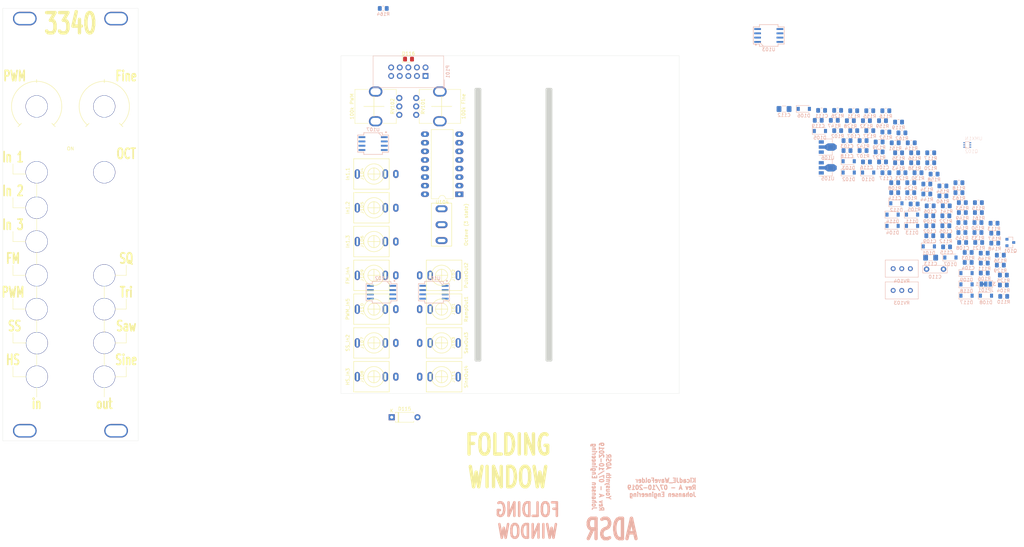
<source format=kicad_pcb>
(kicad_pcb (version 20171130) (host pcbnew "(5.1.0)-1")
  (layers (0 F.Cu signal) (31 B.Cu signal) (34 B.Paste user) (35 F.Paste user) (36 B.SilkS user) (37 F.SilkS user) (38 B.Mask user) (39 F.Mask user) (44 Edge.Cuts user))
  (net 0 "")
  (net 1 GND)
  (net 2 "Net-(C101-Pad2)")
  (net 3 "Net-(C101-Pad1)")
  (net 4 3SoftSyncIn2)
  (net 5 "Net-(C102-Pad2)")
  (net 6 3HardSyncIn3)
  (net 7 "Net-(C103-Pad2)")
  (net 8 "Net-(C104-Pad2)")
  (net 9 -12VA)
  (net 10 "Net-(C105-Pad2)")
  (net 11 3PWM_In5)
  (net 12 "Net-(C106-Pad1)")
  (net 13 "Net-(C107-Pad1)")
  (net 14 "Net-(C108-Pad2)")
  (net 15 3VSO_3)
  (net 16 "Net-(C110-Pad2)")
  (net 17 +12VA)
  (net 18 +5V)
  (net 19 -5V)
  (net 20 "Net-(D101-Pad2)")
  (net 21 3CVIn1)
  (net 22 3FM_Lin_In4)
  (net 23 "Net-(D115-Pad1)")
  (net 24 "Net-(D116-Pad2)")
  (net 25 "Net-(J101-PadT)")
  (net 26 "Net-(J102-PadT)")
  (net 27 "Net-(J103-PadT)")
  (net 28 "Net-(J104-PadT)")
  (net 29 "Net-(J105-PadT)")
  (net 30 "Net-(J106-PadT)")
  (net 31 "Net-(J107-PadT)")
  (net 32 "Net-(J108-PadT)")
  (net 33 "Net-(J110-PadT)")
  (net 34 3Sine)
  (net 35 "Net-(JP101-Pad2)")
  (net 36 "Net-(Q102-Pad1)")
  (net 37 "Net-(Q102-Pad2)")
  (net 38 "Net-(Q102-Pad3)")
  (net 39 "Net-(Q102-Pad4)")
  (net 40 "Net-(Q102-Pad5)")
  (net 41 "Net-(R101-Pad1)")
  (net 42 "Net-(R102-Pad1)")
  (net 43 3Octave)
  (net 44 "Net-(R105-Pad1)")
  (net 45 "Net-(R107-Pad1)")
  (net 46 "Net-(R116-Pad1)")
  (net 47 "Net-(R119-Pad1)")
  (net 48 "Net-(R120-Pad1)")
  (net 49 "Net-(R121-Pad1)")
  (net 50 3PWM_Adj)
  (net 51 3VP_2)
  (net 52 "Net-(R126-Pad2)")
  (net 53 "Net-(R127-Pad2)")
  (net 54 "Net-(R132-Pad1)")
  (net 55 "Net-(R133-Pad1)")
  (net 56 3VTO_1)
  (net 57 "Net-(R142-Pad1)")
  (net 58 "Net-(R144-Pad2)")
  (net 59 "Net-(R144-Pad1)")
  (net 60 "Net-(R145-Pad1)")
  (net 61 "Net-(R148-Pad2)")
  (net 62 "Net-(R150-Pad2)")
  (net 63 "Net-(R151-Pad1)")
  (net 64 "Net-(R152-Pad2)")
  (net 65 "Net-(R154-Pad2)")
  (net 66 "Net-(R155-Pad2)")
  (net 67 "Net-(R159-Pad1)")
  (net 68 "Net-(R159-Pad2)")
  (net 69 "Net-(R161-Pad1)")
  (net 70 "Net-(U104-Pad10)")
  (net 71 "Net-(D103-Pad2)")
  (module Capacitor_SMD:C_0805_2012Metric_Pad1.15x1.40mm_HandSolder (layer B.Cu) (at 210.145001 81.424999)
    (fp_text reference C101 (at 0 1.65) (layer B.SilkS) (effects (justify mirror)))
    (fp_text value 100n)
    (pad 2 smd roundrect (at 1.025 0) (size 1.15 1.4) (layers B.Cu B.Paste B.Mask) (roundrect_rratio 0.217391) (net 2 "Net-(C101-Pad2)"))
    (pad 1 smd roundrect (at -1.025 0) (size 1.15 1.4) (layers B.Cu B.Paste B.Mask) (roundrect_rratio 0.217391) (net 3 "Net-(C101-Pad1)"))
  )
  (module Capacitor_SMD:C_0805_2012Metric_Pad1.15x1.40mm_HandSolder (layer B.Cu) (at 224.125001 100.334999)
    (fp_text reference C102 (at 0 1.65) (layer B.SilkS) (effects (justify mirror)))
    (fp_text value 1n)
    (pad 1 smd roundrect (at -1.025 0) (size 1.15 1.4) (layers B.Cu B.Paste B.Mask) (roundrect_rratio 0.217391) (net 4 3SoftSyncIn2))
    (pad 2 smd roundrect (at 1.025 0) (size 1.15 1.4) (layers B.Cu B.Paste B.Mask) (roundrect_rratio 0.217391) (net 5 "Net-(C102-Pad2)"))
  )
  (module Capacitor_SMD:C_0805_2012Metric_Pad1.15x1.40mm_HandSolder (layer B.Cu) (at 199.645001 75.124999)
    (fp_text reference C103 (at 0 1.65) (layer B.SilkS) (effects (justify mirror)))
    (fp_text value 1n)
    (pad 1 smd roundrect (at -1.025 0) (size 1.15 1.4) (layers B.Cu B.Paste B.Mask) (roundrect_rratio 0.217391) (net 6 3HardSyncIn3))
    (pad 2 smd roundrect (at 1.025 0) (size 1.15 1.4) (layers B.Cu B.Paste B.Mask) (roundrect_rratio 0.217391) (net 7 "Net-(C103-Pad2)"))
  )
  (module Capacitor_SMD:C_0805_2012Metric_Pad1.15x1.40mm_HandSolder (layer B.Cu) (at 235.475001 111.174999)
    (fp_text reference C104 (at 0 1.65) (layer B.SilkS) (effects (justify mirror)))
    (fp_text value 10n)
    (pad 2 smd roundrect (at 1.025 0) (size 1.15 1.4) (layers B.Cu B.Paste B.Mask) (roundrect_rratio 0.217391) (net 8 "Net-(C104-Pad2)"))
    (pad 1 smd roundrect (at -1.025 0) (size 1.15 1.4) (layers B.Cu B.Paste B.Mask) (roundrect_rratio 0.217391) (net 1 GND))
  )
  (module Capacitor_SMD:C_0805_2012Metric_Pad1.15x1.40mm_HandSolder (layer B.Cu) (at 228.875001 100.334999)
    (fp_text reference C105 (at 0 1.65) (layer B.SilkS) (effects (justify mirror)))
    (fp_text value 10n)
    (pad 1 smd roundrect (at -1.025 0) (size 1.15 1.4) (layers B.Cu B.Paste B.Mask) (roundrect_rratio 0.217391) (net 9 -12VA))
    (pad 2 smd roundrect (at 1.025 0) (size 1.15 1.4) (layers B.Cu B.Paste B.Mask) (roundrect_rratio 0.217391) (net 10 "Net-(C105-Pad2)"))
  )
  (module Capacitor_SMD:C_0805_2012Metric_Pad1.15x1.40mm_HandSolder (layer B.Cu) (at 224.245001 94.434999)
    (fp_text reference C106 (at 0 1.65) (layer B.SilkS) (effects (justify mirror)))
    (fp_text value 10n)
    (pad 2 smd roundrect (at 1.025 0) (size 1.15 1.4) (layers B.Cu B.Paste B.Mask) (roundrect_rratio 0.217391) (net 11 3PWM_In5))
    (pad 1 smd roundrect (at -1.025 0) (size 1.15 1.4) (layers B.Cu B.Paste B.Mask) (roundrect_rratio 0.217391) (net 12 "Net-(C106-Pad1)"))
  )
  (module Capacitor_SMD:C_0805_2012Metric_Pad1.15x1.40mm_HandSolder (layer B.Cu) (at 201.635001 72.174999)
    (fp_text reference C107 (at 0 1.65) (layer B.SilkS) (effects (justify mirror)))
    (fp_text value 220p)
    (pad 1 smd roundrect (at -1.025 0) (size 1.15 1.4) (layers B.Cu B.Paste B.Mask) (roundrect_rratio 0.217391) (net 13 "Net-(C107-Pad1)"))
    (pad 2 smd roundrect (at 1.025 0) (size 1.15 1.4) (layers B.Cu B.Paste B.Mask) (roundrect_rratio 0.217391) (net 4 3SoftSyncIn2))
  )
  (module Capacitor_SMD:C_0805_2012Metric_Pad1.15x1.40mm_HandSolder (layer B.Cu) (at 233.835001 105.274999)
    (fp_text reference C108 (at 0 1.65) (layer B.SilkS) (effects (justify mirror)))
    (fp_text value 100n)
    (pad 2 smd roundrect (at 1.025 0) (size 1.15 1.4) (layers B.Cu B.Paste B.Mask) (roundrect_rratio 0.217391) (net 14 "Net-(C108-Pad2)"))
    (pad 1 smd roundrect (at -1.025 0) (size 1.15 1.4) (layers B.Cu B.Paste B.Mask) (roundrect_rratio 0.217391) (net 1 GND))
  )
  (module Capacitor_SMD:C_0805_2012Metric_Pad1.15x1.40mm_HandSolder (layer B.Cu) (at 224.125001 103.284999)
    (fp_text reference C109 (at 0 1.65) (layer B.SilkS) (effects (justify mirror)))
    (fp_text value 100n)
    (pad 2 smd roundrect (at 1.025 0) (size 1.15 1.4) (layers B.Cu B.Paste B.Mask) (roundrect_rratio 0.217391) (net 15 3VSO_3))
    (pad 1 smd roundrect (at -1.025 0) (size 1.15 1.4) (layers B.Cu B.Paste B.Mask) (roundrect_rratio 0.217391) (net 1 GND))
  )
  (module Capacitor_THT:C_Rect_L7.0mm_W2.0mm_P5.00mm (layer B.Cu) (at 223.175001 113.174999)
    (fp_text reference C110 (at 2.5 2.25) (layer B.SilkS) (effects (justify mirror)))
    (fp_text value "1n poly")
    (pad 1 thru_hole circle (at 0 0) (size 1.6 1.6) (drill 0.8) (layers *.Cu *.Mask) (net 1 GND))
    (pad 2 thru_hole circle (at 5 0) (size 1.6 1.6) (drill 0.8) (layers *.Cu *.Mask) (net 16 "Net-(C110-Pad2)"))
  )
  (module Capacitor_SMD:C_0805_2012Metric_Pad1.15x1.40mm_HandSolder (layer B.Cu) (at 192.125001 66.174999)
    (fp_text reference C111 (at 0 1.65) (layer B.SilkS) (effects (justify mirror)))
    (fp_text value "1n alt")
    (pad 1 smd roundrect (at -1.025 0) (size 1.15 1.4) (layers B.Cu B.Paste B.Mask) (roundrect_rratio 0.217391) (net 16 "Net-(C110-Pad2)"))
    (pad 2 smd roundrect (at 1.025 0) (size 1.15 1.4) (layers B.Cu B.Paste B.Mask) (roundrect_rratio 0.217391) (net 1 GND))
  )
  (module Capacitor_SMD:C_1206_3216Metric_Pad1.42x1.75mm_HandSolder (layer B.Cu) (at 181.025001 65.764999)
    (fp_text reference C112 (at 0 1.82) (layer B.SilkS) (effects (justify mirror)))
    (fp_text value 1u)
    (pad 1 smd roundrect (at -1.4875 0) (size 1.425 1.75) (layers B.Cu B.Paste B.Mask) (roundrect_rratio 0.175439) (net 17 +12VA))
    (pad 2 smd roundrect (at 1.4875 0) (size 1.425 1.75) (layers B.Cu B.Paste B.Mask) (roundrect_rratio 0.175439) (net 1 GND))
  )
  (module Capacitor_SMD:C_1206_3216Metric_Pad1.42x1.75mm_HandSolder (layer B.Cu) (at 224.375001 109.754999)
    (fp_text reference C113 (at 0 1.82) (layer B.SilkS) (effects (justify mirror)))
    (fp_text value 1u)
    (pad 2 smd roundrect (at 1.4875 0) (size 1.425 1.75) (layers B.Cu B.Paste B.Mask) (roundrect_rratio 0.175439) (net 9 -12VA))
    (pad 1 smd roundrect (at -1.4875 0) (size 1.425 1.75) (layers B.Cu B.Paste B.Mask) (roundrect_rratio 0.175439) (net 1 GND))
  )
  (module Capacitor_SMD:C_0805_2012Metric_Pad1.15x1.40mm_HandSolder (layer B.Cu) (at 213.745001 90.524999)
    (fp_text reference C114 (at 0 1.65) (layer B.SilkS) (effects (justify mirror)))
    (fp_text value 100n)
    (pad 2 smd roundrect (at 1.025 0) (size 1.15 1.4) (layers B.Cu B.Paste B.Mask) (roundrect_rratio 0.217391) (net 1 GND))
    (pad 1 smd roundrect (at -1.025 0) (size 1.15 1.4) (layers B.Cu B.Paste B.Mask) (roundrect_rratio 0.217391) (net 17 +12VA))
  )
  (module Capacitor_SMD:C_0805_2012Metric_Pad1.15x1.40mm_HandSolder (layer B.Cu) (at 229.085001 106.574999)
    (fp_text reference C115 (at 0 1.65) (layer B.SilkS) (effects (justify mirror)))
    (fp_text value 100n)
    (pad 1 smd roundrect (at -1.025 0) (size 1.15 1.4) (layers B.Cu B.Paste B.Mask) (roundrect_rratio 0.217391) (net 1 GND))
    (pad 2 smd roundrect (at 1.025 0) (size 1.15 1.4) (layers B.Cu B.Paste B.Mask) (roundrect_rratio 0.217391) (net 9 -12VA))
  )
  (module Capacitor_SMD:C_0805_2012Metric_Pad1.15x1.40mm_HandSolder (layer B.Cu) (at 205.395001 81.424999)
    (fp_text reference C116 (at 0 1.65) (layer B.SilkS) (effects (justify mirror)))
    (fp_text value 100n)
    (pad 2 smd roundrect (at 1.025 0) (size 1.15 1.4) (layers B.Cu B.Paste B.Mask) (roundrect_rratio 0.217391) (net 18 +5V))
    (pad 1 smd roundrect (at -1.025 0) (size 1.15 1.4) (layers B.Cu B.Paste B.Mask) (roundrect_rratio 0.217391) (net 1 GND))
  )
  (module Capacitor_SMD:C_0805_2012Metric_Pad1.15x1.40mm_HandSolder (layer B.Cu) (at 211.145001 84.624999)
    (fp_text reference C117 (at 0 1.65) (layer B.SilkS) (effects (justify mirror)))
    (fp_text value 100n)
    (pad 1 smd roundrect (at -1.025 0) (size 1.15 1.4) (layers B.Cu B.Paste B.Mask) (roundrect_rratio 0.217391) (net 1 GND))
    (pad 2 smd roundrect (at 1.025 0) (size 1.15 1.4) (layers B.Cu B.Paste B.Mask) (roundrect_rratio 0.217391) (net 19 -5V))
  )
  (module Capacitor_SMD:C_0805_2012Metric_Pad1.15x1.40mm_HandSolder (layer B.Cu) (at 199.645001 78.074999)
    (fp_text reference C118 (at 0 1.65) (layer B.SilkS) (effects (justify mirror)))
    (fp_text value 100n)
    (pad 2 smd roundrect (at 1.025 0) (size 1.15 1.4) (layers B.Cu B.Paste B.Mask) (roundrect_rratio 0.217391) (net 1 GND))
    (pad 1 smd roundrect (at -1.025 0) (size 1.15 1.4) (layers B.Cu B.Paste B.Mask) (roundrect_rratio 0.217391) (net 17 +12VA))
  )
  (module Capacitor_SMD:C_0805_2012Metric_Pad1.15x1.40mm_HandSolder (layer B.Cu) (at 191.135001 69.124999)
    (fp_text reference C119 (at 0 1.65) (layer B.SilkS) (effects (justify mirror)))
    (fp_text value 100n)
    (pad 1 smd roundrect (at -1.025 0) (size 1.15 1.4) (layers B.Cu B.Paste B.Mask) (roundrect_rratio 0.217391) (net 1 GND))
    (pad 2 smd roundrect (at 1.025 0) (size 1.15 1.4) (layers B.Cu B.Paste B.Mask) (roundrect_rratio 0.217391) (net 9 -12VA))
  )
  (module Diode_SMD:D_SOD-123 (layer B.Cu) (at 223.835001 106.434999)
    (fp_text reference D101 (at 0 2) (layer B.SilkS) (effects (justify mirror)))
    (fp_text value 1N1007)
    (pad 2 smd rect (at 1.65 0) (size 0.9 1.2) (layers B.Cu B.Paste B.Mask) (net 20 "Net-(D101-Pad2)"))
    (pad 1 smd rect (at -1.65 0) (size 0.9 1.2) (layers B.Cu B.Paste B.Mask) (net 17 +12VA))
  )
  (module Diode_SMD:D_SOD-123 (layer B.Cu) (at 200.145001 84.574999)
    (fp_text reference D102 (at 0 2) (layer B.SilkS) (effects (justify mirror)))
    (fp_text value 1N1007)
    (pad 2 smd rect (at 1.65 0) (size 0.9 1.2) (layers B.Cu B.Paste B.Mask) (net 19 -5V))
    (pad 1 smd rect (at -1.65 0) (size 0.9 1.2) (layers B.Cu B.Paste B.Mask) (net 20 "Net-(D101-Pad2)"))
  )
  (module Diode_SMD:D_SOD-123 (layer B.Cu) (at 200.145001 81.224999)
    (fp_text reference D103 (at 0 2) (layer B.SilkS) (effects (justify mirror)))
    (fp_text value 1N1007)
    (pad 1 smd rect (at -1.65 0) (size 0.9 1.2) (layers B.Cu B.Paste B.Mask) (net 17 +12VA))
    (pad 2 smd rect (at 1.65 0) (size 0.9 1.2) (layers B.Cu B.Paste B.Mask) (net 71 "Net-(D103-Pad2)"))
  )
  (module Diode_SMD:D_SOD-123 (layer B.Cu) (at 213.125001 100.374999)
    (fp_text reference D104 (at 0 2) (layer B.SilkS) (effects (justify mirror)))
    (fp_text value 1N1007)
    (pad 2 smd rect (at 1.65 0) (size 0.9 1.2) (layers B.Cu B.Paste B.Mask) (net 1 GND))
    (pad 1 smd rect (at -1.65 0) (size 0.9 1.2) (layers B.Cu B.Paste B.Mask) (net 71 "Net-(D103-Pad2)"))
  )
  (module Diode_SMD:D_SOD-123 (layer B.Cu) (at 191.635001 72.274999)
    (fp_text reference D105 (at 0 2) (layer B.SilkS) (effects (justify mirror)))
    (fp_text value 1N1007)
    (pad 2 smd rect (at 1.65 0) (size 0.9 1.2) (layers B.Cu B.Paste B.Mask) (net 4 3SoftSyncIn2))
    (pad 1 smd rect (at -1.65 0) (size 0.9 1.2) (layers B.Cu B.Paste B.Mask) (net 17 +12VA))
  )
  (module Diode_SMD:D_SOD-123 (layer B.Cu) (at 186.875001 65.734999)
    (fp_text reference D106 (at 0 2) (layer B.SilkS) (effects (justify mirror)))
    (fp_text value 1N1007)
    (pad 1 smd rect (at -1.65 0) (size 0.9 1.2) (layers B.Cu B.Paste B.Mask) (net 17 +12VA))
    (pad 2 smd rect (at 1.65 0) (size 0.9 1.2) (layers B.Cu B.Paste B.Mask) (net 6 3HardSyncIn3))
  )
  (module Diode_SMD:D_SOD-123 (layer B.Cu) (at 230.225001 109.724999)
    (fp_text reference D107 (at 0 2) (layer B.SilkS) (effects (justify mirror)))
    (fp_text value 1N1007)
    (pad 1 smd rect (at -1.65 0) (size 0.9 1.2) (layers B.Cu B.Paste B.Mask) (net 4 3SoftSyncIn2))
    (pad 2 smd rect (at 1.65 0) (size 0.9 1.2) (layers B.Cu B.Paste B.Mask) (net 1 GND))
  )
  (module Diode_SMD:D_SOD-123 (layer B.Cu) (at 240.735001 121.024999)
    (fp_text reference D108 (at 0 2) (layer B.SilkS) (effects (justify mirror)))
    (fp_text value 1N1007)
    (pad 1 smd rect (at -1.65 0) (size 0.9 1.2) (layers B.Cu B.Paste B.Mask) (net 6 3HardSyncIn3))
    (pad 2 smd rect (at 1.65 0) (size 0.9 1.2) (layers B.Cu B.Paste B.Mask) (net 1 GND))
  )
  (module Diode_SMD:D_SOD-123 (layer B.Cu) (at 234.985001 114.324999)
    (fp_text reference D109 (at 0 2) (layer B.SilkS) (effects (justify mirror)))
    (fp_text value 1N1007)
    (pad 2 smd rect (at 1.65 0) (size 0.9 1.2) (layers B.Cu B.Paste B.Mask) (net 22 3FM_Lin_In4))
    (pad 1 smd rect (at -1.65 0) (size 0.9 1.2) (layers B.Cu B.Paste B.Mask) (net 17 +12VA))
  )
  (module Diode_SMD:D_SOD-123 (layer B.Cu) (at 205.895001 84.574999)
    (fp_text reference D110 (at 0 2) (layer B.SilkS) (effects (justify mirror)))
    (fp_text value 1N1007)
    (pad 1 smd rect (at -1.65 0) (size 0.9 1.2) (layers B.Cu B.Paste B.Mask) (net 22 3FM_Lin_In4))
    (pad 2 smd rect (at 1.65 0) (size 0.9 1.2) (layers B.Cu B.Paste B.Mask) (net 9 -12VA))
  )
  (module Diode_SMD:D_SOD-123 (layer B.Cu) (at 218.875001 97.024999)
    (fp_text reference D111 (at 0 2) (layer B.SilkS) (effects (justify mirror)))
    (fp_text value 1N1007)
    (pad 2 smd rect (at 1.65 0) (size 0.9 1.2) (layers B.Cu B.Paste B.Mask) (net 22 3FM_Lin_In4))
    (pad 1 smd rect (at -1.65 0) (size 0.9 1.2) (layers B.Cu B.Paste B.Mask) (net 17 +12VA))
  )
  (module Diode_SMD:D_SOD-123 (layer B.Cu) (at 214.245001 93.674999)
    (fp_text reference D112 (at 0 2) (layer B.SilkS) (effects (justify mirror)))
    (fp_text value 1N4148)
    (pad 2 smd rect (at 1.65 0) (size 0.9 1.2) (layers B.Cu B.Paste B.Mask) (net 12 "Net-(C106-Pad1)"))
    (pad 1 smd rect (at -1.65 0) (size 0.9 1.2) (layers B.Cu B.Paste B.Mask) (net 11 3PWM_In5))
  )
  (module Diode_SMD:D_SOD-123 (layer B.Cu) (at 218.875001 100.374999)
    (fp_text reference D113 (at 0 2) (layer B.SilkS) (effects (justify mirror)))
    (fp_text value 1N1007)
    (pad 1 smd rect (at -1.65 0) (size 0.9 1.2) (layers B.Cu B.Paste B.Mask) (net 17 +12VA))
    (pad 2 smd rect (at 1.65 0) (size 0.9 1.2) (layers B.Cu B.Paste B.Mask) (net 1 GND))
  )
  (module Diode_SMD:D_SOD-123 (layer B.Cu) (at 213.125001 97.024999)
    (fp_text reference D114 (at 0 2) (layer B.SilkS) (effects (justify mirror)))
    (fp_text value 1N1007)
    (pad 1 smd rect (at -1.65 0) (size 0.9 1.2) (layers B.Cu B.Paste B.Mask) (net 1 GND))
    (pad 2 smd rect (at 1.65 0) (size 0.9 1.2) (layers B.Cu B.Paste B.Mask) (net 9 -12VA))
  )
  (module LED_SMD:LED_0805_2012Metric_Pad1.15x1.40mm_HandSolder (layer F.Cu) (at 69.975 51)
    (fp_text reference D116 (at 0 -1.65) (layer F.SilkS))
    (fp_text value LED)
    (pad 1 smd roundrect (at -1.025 0) (size 1.15 1.4) (layers F.Cu F.Paste F.Mask) (roundrect_rratio 0.217391) (net 9 -12VA))
    (pad 2 smd roundrect (at 1.025 0) (size 1.15 1.4) (layers F.Cu F.Paste F.Mask) (roundrect_rratio 0.217391) (net 24 "Net-(D116-Pad2)"))
  )
  (module Diode_SMD:D_SOD-123 (layer B.Cu) (at 234.985001 121.024999)
    (fp_text reference D117 (at 0 2) (layer B.SilkS) (effects (justify mirror)))
    (fp_text value 1N1007)
    (pad 1 smd rect (at -1.65 0) (size 0.9 1.2) (layers B.Cu B.Paste B.Mask) (net 17 +12VA))
    (pad 2 smd rect (at 1.65 0) (size 0.9 1.2) (layers B.Cu B.Paste B.Mask) (net 18 +5V))
  )
  (module Diode_SMD:D_SOD-123 (layer B.Cu) (at 234.985001 117.674999)
    (fp_text reference D118 (at 0 2) (layer B.SilkS) (effects (justify mirror)))
    (fp_text value 1N1007)
    (pad 2 smd rect (at 1.65 0) (size 0.9 1.2) (layers B.Cu B.Paste B.Mask) (net 9 -12VA))
    (pad 1 smd rect (at -1.65 0) (size 0.9 1.2) (layers B.Cu B.Paste B.Mask) (net 19 -5V))
  )
  (module AJ-Dropbox-Kicad:PJ301SM (layer F.Cu) (at 79.75 125 270)
    (fp_text reference J101 (at 0 -3.5 270) (layer F.SilkS) (effects (font (size 0.75 1) (thickness 0.125))))
    (fp_text value RampOut1 (at 0 -7.25 270) (layer F.SilkS))
    (pad TN thru_hole oval (at 0 3.38 270) (size 2.8 1.6) (drill oval 2 0.6) (layers *.Cu *.Mask))
    (pad S thru_hole oval (at 0 6.48 270) (size 2.4 1.6) (drill oval 1.4 0.6) (layers *.Cu *.Mask) (net 1 GND))
    (pad T thru_hole oval (at 0 -4.92 270) (size 2.8 1.5) (drill oval 2.1 0.5) (layers *.Cu *.Mask) (net 25 "Net-(J101-PadT)"))
  )
  (module AJ-Dropbox-Kicad:PJ301SM (layer F.Cu) (at 79.75 115 270)
    (fp_text reference J102 (at 0 -3.5 270) (layer F.SilkS) (effects (font (size 0.75 1) (thickness 0.125))))
    (fp_text value PulseOut2 (at 0 -7.25 270) (layer F.SilkS))
    (pad T thru_hole oval (at 0 -4.92 270) (size 2.8 1.5) (drill oval 2.1 0.5) (layers *.Cu *.Mask) (net 26 "Net-(J102-PadT)"))
    (pad S thru_hole oval (at 0 6.48 270) (size 2.4 1.6) (drill oval 1.4 0.6) (layers *.Cu *.Mask) (net 1 GND))
    (pad TN thru_hole oval (at 0 3.38 270) (size 2.8 1.6) (drill oval 2 0.6) (layers *.Cu *.Mask))
  )
  (module AJ-Dropbox-Kicad:PJ301SM (layer F.Cu) (at 79.75 135 270)
    (fp_text reference J103 (at 0 -3.5 270) (layer F.SilkS) (effects (font (size 0.75 1) (thickness 0.125))))
    (fp_text value SawOut3 (at 0 -7.25 270) (layer F.SilkS))
    (pad TN thru_hole oval (at 0 3.38 270) (size 2.8 1.6) (drill oval 2 0.6) (layers *.Cu *.Mask))
    (pad S thru_hole oval (at 0 6.48 270) (size 2.4 1.6) (drill oval 1.4 0.6) (layers *.Cu *.Mask) (net 1 GND))
    (pad T thru_hole oval (at 0 -4.92 270) (size 2.8 1.5) (drill oval 2.1 0.5) (layers *.Cu *.Mask) (net 27 "Net-(J103-PadT)"))
  )
  (module AJ-Dropbox-Kicad:PJ301SM (layer F.Cu) (at 59.75 85 90)
    (fp_text reference J104 (at 0 -3.5 90) (layer F.SilkS) (effects (font (size 0.75 1) (thickness 0.125))))
    (fp_text value In1.1 (at 0 -7.75 90) (layer F.SilkS))
    (pad TN thru_hole oval (at 0 3.38 90) (size 2.8 1.6) (drill oval 2 0.6) (layers *.Cu *.Mask) (net 1 GND))
    (pad S thru_hole oval (at 0 6.48 90) (size 2.4 1.6) (drill oval 1.4 0.6) (layers *.Cu *.Mask) (net 1 GND))
    (pad T thru_hole oval (at 0 -4.92 90) (size 2.8 1.5) (drill oval 2.1 0.5) (layers *.Cu *.Mask) (net 28 "Net-(J104-PadT)"))
  )
  (module AJ-Dropbox-Kicad:PJ301SM (layer F.Cu) (at 59.75 95 90)
    (fp_text reference J105 (at 0 -3.5 90) (layer F.SilkS) (effects (font (size 0.75 1) (thickness 0.125))))
    (fp_text value In1.2 (at 0 -7.75 90) (layer F.SilkS))
    (pad T thru_hole oval (at 0 -4.92 90) (size 2.8 1.5) (drill oval 2.1 0.5) (layers *.Cu *.Mask) (net 29 "Net-(J105-PadT)"))
    (pad S thru_hole oval (at 0 6.48 90) (size 2.4 1.6) (drill oval 1.4 0.6) (layers *.Cu *.Mask) (net 1 GND))
    (pad TN thru_hole oval (at 0 3.38 90) (size 2.8 1.6) (drill oval 2 0.6) (layers *.Cu *.Mask) (net 1 GND))
  )
  (module AJ-Dropbox-Kicad:PJ301SM (layer F.Cu) (at 59.75 105 90)
    (fp_text reference J106 (at 0 -3.5 90) (layer F.SilkS) (effects (font (size 0.75 1) (thickness 0.125))))
    (fp_text value In1.3 (at 0 -7.75 90) (layer F.SilkS))
    (pad T thru_hole oval (at 0 -4.92 90) (size 2.8 1.5) (drill oval 2.1 0.5) (layers *.Cu *.Mask) (net 30 "Net-(J106-PadT)"))
    (pad S thru_hole oval (at 0 6.48 90) (size 2.4 1.6) (drill oval 1.4 0.6) (layers *.Cu *.Mask) (net 1 GND))
    (pad TN thru_hole oval (at 0 3.38 90) (size 2.8 1.6) (drill oval 2 0.6) (layers *.Cu *.Mask) (net 1 GND))
  )
  (module AJ-Dropbox-Kicad:PJ301SM (layer F.Cu) (at 59.75 135 90)
    (fp_text reference J107 (at 0 -3.5 90) (layer F.SilkS) (effects (font (size 0.75 1) (thickness 0.125))))
    (fp_text value SS_In2 (at 0 -7.75 90) (layer F.SilkS))
    (pad T thru_hole oval (at 0 -4.92 90) (size 2.8 1.5) (drill oval 2.1 0.5) (layers *.Cu *.Mask) (net 31 "Net-(J107-PadT)"))
    (pad S thru_hole oval (at 0 6.48 90) (size 2.4 1.6) (drill oval 1.4 0.6) (layers *.Cu *.Mask) (net 1 GND))
    (pad TN thru_hole oval (at 0 3.38 90) (size 2.8 1.6) (drill oval 2 0.6) (layers *.Cu *.Mask) (net 1 GND))
  )
  (module AJ-Dropbox-Kicad:PJ301SM (layer F.Cu) (at 59.75 145 90)
    (fp_text reference J108 (at 0 -3.5 90) (layer F.SilkS) (effects (font (size 0.75 1) (thickness 0.125))))
    (fp_text value HS_In3 (at 0 -7.75 90) (layer F.SilkS))
    (pad T thru_hole oval (at 0 -4.92 90) (size 2.8 1.5) (drill oval 2.1 0.5) (layers *.Cu *.Mask) (net 32 "Net-(J108-PadT)"))
    (pad S thru_hole oval (at 0 6.48 90) (size 2.4 1.6) (drill oval 1.4 0.6) (layers *.Cu *.Mask) (net 1 GND))
    (pad TN thru_hole oval (at 0 3.38 90) (size 2.8 1.6) (drill oval 2 0.6) (layers *.Cu *.Mask) (net 1 GND))
  )
  (module AJ-Dropbox-Kicad:PJ301SM (layer F.Cu) (at 59.75 115 90)
    (fp_text reference J109 (at 0 -3.5 90) (layer F.SilkS) (effects (font (size 0.75 1) (thickness 0.125))))
    (fp_text value FM_In4 (at 0 -7.75 90) (layer F.SilkS))
    (pad TN thru_hole oval (at 0 3.38 90) (size 2.8 1.6) (drill oval 2 0.6) (layers *.Cu *.Mask) (net 1 GND))
    (pad S thru_hole oval (at 0 6.48 90) (size 2.4 1.6) (drill oval 1.4 0.6) (layers *.Cu *.Mask) (net 1 GND))
    (pad T thru_hole oval (at 0 -4.92 90) (size 2.8 1.5) (drill oval 2.1 0.5) (layers *.Cu *.Mask) (net 2 "Net-(C101-Pad2)"))
  )
  (module AJ-Dropbox-Kicad:PJ301SM (layer F.Cu) (at 59.75 125 90)
    (fp_text reference J110 (at 0 -3.5 90) (layer F.SilkS) (effects (font (size 0.75 1) (thickness 0.125))))
    (fp_text value PWM_In5 (at 0 -7.75 90) (layer F.SilkS))
    (pad T thru_hole oval (at 0 -4.92 90) (size 2.8 1.5) (drill oval 2.1 0.5) (layers *.Cu *.Mask) (net 33 "Net-(J110-PadT)"))
    (pad S thru_hole oval (at 0 6.48 90) (size 2.4 1.6) (drill oval 1.4 0.6) (layers *.Cu *.Mask) (net 1 GND))
    (pad TN thru_hole oval (at 0 3.38 90) (size 2.8 1.6) (drill oval 2 0.6) (layers *.Cu *.Mask) (net 1 GND))
  )
  (module AJ-Dropbox-Kicad:PJ301SM (layer F.Cu) (at 79.75 145 270)
    (fp_text reference J111 (at 0 -3.5 270) (layer F.SilkS) (effects (font (size 0.75 1) (thickness 0.125))))
    (fp_text value SineOut4 (at 0 -7.25 270) (layer F.SilkS))
    (pad TN thru_hole oval (at 0 3.38 270) (size 2.8 1.6) (drill oval 2 0.6) (layers *.Cu *.Mask))
    (pad S thru_hole oval (at 0 6.48 270) (size 2.4 1.6) (drill oval 1.4 0.6) (layers *.Cu *.Mask) (net 1 GND))
    (pad T thru_hole oval (at 0 -4.92 270) (size 2.8 1.5) (drill oval 2.1 0.5) (layers *.Cu *.Mask) (net 34 3Sine))
  )
  (module Jumper:SolderJumper-3_P1.3mm_Bridged12_Pad1.0x1.5mm_NumberLabels (layer B.Cu) (at 240.685001 117.574999)
    (fp_text reference JP101 (at 0 1.8) (layer B.SilkS) (effects (justify mirror)))
    (fp_text value Jumper_3_Bridged12)
    (fp_text user 3 (at 2.6 0) (layer B.SilkS) (effects (justify mirror)))
    (fp_text user 1 (at -2.6 0) (layer B.SilkS) (effects (justify mirror)))
    (pad 1 smd custom (at -1.3 0) (size 1 1.5) (layers B.Cu B.Mask) (net 18 +5V) (options (clearance outline) (anchor rect)) (primitives (gr_poly (pts (xy 0.4 0.3) (xy 0.9 0.3) (xy 0.9 -0.3) (xy 0.4 -0.3)) (width 0))))
    (pad 3 smd rect (at 1.3 0) (size 1 1.5) (layers B.Cu B.Mask) (net 15 3VSO_3))
    (pad 2 smd rect (at 0 0) (size 1 1.5) (layers B.Cu B.Mask) (net 35 "Net-(JP101-Pad2)"))
  )
  (module Connector_IDC:IDC-Header_2x05_P2.54mm_Vertical (layer B.Cu) (at 75 56 90)
    (fp_text reference P101 (at 1.27 6.604 90) (layer B.SilkS) (effects (justify mirror)))
    (fp_text value HEADER_2x5_Doepfer)
    (pad 1 thru_hole rect (at 0 0 90) (size 1.7272 1.7272) (drill 1.016) (layers *.Cu *.Mask) (net 9 -12VA))
    (pad 2 thru_hole oval (at 2.54 0 90) (size 1.7272 1.7272) (drill 1.016) (layers *.Cu *.Mask) (net 9 -12VA))
    (pad 3 thru_hole oval (at 0 -2.54 90) (size 1.7272 1.7272) (drill 1.016) (layers *.Cu *.Mask) (net 1 GND))
    (pad 4 thru_hole oval (at 2.54 -2.54 90) (size 1.7272 1.7272) (drill 1.016) (layers *.Cu *.Mask) (net 1 GND))
    (pad 5 thru_hole oval (at 0 -5.08 90) (size 1.7272 1.7272) (drill 1.016) (layers *.Cu *.Mask) (net 1 GND))
    (pad 6 thru_hole oval (at 2.54 -5.08 90) (size 1.7272 1.7272) (drill 1.016) (layers *.Cu *.Mask) (net 1 GND))
    (pad 7 thru_hole oval (at 0 -7.62 90) (size 1.7272 1.7272) (drill 1.016) (layers *.Cu *.Mask) (net 1 GND))
    (pad 8 thru_hole oval (at 2.54 -7.62 90) (size 1.7272 1.7272) (drill 1.016) (layers *.Cu *.Mask) (net 1 GND))
    (pad 9 thru_hole oval (at 0 -10.16 90) (size 1.7272 1.7272) (drill 1.016) (layers *.Cu *.Mask) (net 17 +12VA))
    (pad 10 thru_hole oval (at 2.54 -10.16 90) (size 1.7272 1.7272) (drill 1.016) (layers *.Cu *.Mask) (net 17 +12VA))
  )
  (module Package_TO_SOT_SMD:SOT-23 (layer B.Cu) (at 247.935001 105.274999)
    (fp_text reference Q101 (at 0 2.5) (layer B.SilkS) (effects (justify mirror)))
    (fp_text value MMBT3906)
    (pad 1 smd rect (at -1 0.95) (size 0.9 0.8) (layers B.Cu B.Paste B.Mask) (net 23 "Net-(D115-Pad1)"))
    (pad 2 smd rect (at -1 -0.95) (size 0.9 0.8) (layers B.Cu B.Paste B.Mask) (net 15 3VSO_3))
    (pad 3 smd rect (at 1 0) (size 0.9 0.8) (layers B.Cu B.Paste B.Mask) (net 14 "Net-(C108-Pad2)"))
  )
  (module AJ:UMX1N_UMT6_DualNPN (layer B.Cu) (at 235.2 76.4)
    (fp_text reference Q102 (at 1.27 1.905) (layer B.SilkS) (effects (font (thickness 0.05)) (justify mirror)))
    (fp_text value UMX1N (at 1.905 -1.905) (layer B.SilkS) (effects (font (thickness 0.05)) (justify mirror)))
    (pad 1 smd rect (at -0.925 0.65) (size 0.5 0.3) (layers B.Cu B.Paste B.Mask) (net 36 "Net-(Q102-Pad1)"))
    (pad 2 smd rect (at -0.925 0) (size 0.5 0.3) (layers B.Cu B.Paste B.Mask) (net 37 "Net-(Q102-Pad2)"))
    (pad 3 smd rect (at -0.925 -0.65) (size 0.5 0.3) (layers B.Cu B.Paste B.Mask) (net 38 "Net-(Q102-Pad3)"))
    (pad 4 smd rect (at 0.925 -0.65 180) (size 0.5 0.3) (layers B.Cu B.Paste B.Mask) (net 39 "Net-(Q102-Pad4)"))
    (pad 5 smd rect (at 0.925 0 180) (size 0.5 0.3) (layers B.Cu B.Paste B.Mask) (net 40 "Net-(Q102-Pad5)"))
    (pad 6 smd rect (at 0.925 0.65 180) (size 0.5 0.3) (layers B.Cu B.Paste B.Mask) (net 38 "Net-(Q102-Pad3)"))
  )
  (module Resistor_SMD:R_0805_2012Metric_Pad1.15x1.40mm_HandSolder (layer B.Cu) (at 218.495001 90.524999)
    (fp_text reference R101 (at 0 1.65) (layer B.SilkS) (effects (justify mirror)))
    (fp_text value 47k)
    (pad 2 smd roundrect (at 1.025 0) (size 1.15 1.4) (layers B.Cu B.Paste B.Mask) (roundrect_rratio 0.217391) (net 18 +5V))
    (pad 1 smd roundrect (at -1.025 0) (size 1.15 1.4) (layers B.Cu B.Paste B.Mask) (roundrect_rratio 0.217391) (net 41 "Net-(R101-Pad1)"))
  )
  (module Resistor_SMD:R_0805_2012Metric_Pad1.15x1.40mm_HandSolder (layer B.Cu) (at 196.885001 72.174999)
    (fp_text reference R102 (at 0 1.65) (layer B.SilkS) (effects (justify mirror)))
    (fp_text value 470R)
    (pad 1 smd roundrect (at -1.025 0) (size 1.15 1.4) (layers B.Cu B.Paste B.Mask) (roundrect_rratio 0.217391) (net 42 "Net-(R102-Pad1)"))
    (pad 2 smd roundrect (at 1.025 0) (size 1.15 1.4) (layers B.Cu B.Paste B.Mask) (roundrect_rratio 0.217391) (net 1 GND))
  )
  (module Resistor_SMD:R_0805_2012Metric_Pad1.15x1.40mm_HandSolder (layer B.Cu) (at 235.475001 108.224999)
    (fp_text reference R103 (at 0 1.65) (layer B.SilkS) (effects (justify mirror)))
    (fp_text value 82k)
    (pad 2 smd roundrect (at 1.025 0) (size 1.15 1.4) (layers B.Cu B.Paste B.Mask) (roundrect_rratio 0.217391) (net 18 +5V))
    (pad 1 smd roundrect (at -1.025 0) (size 1.15 1.4) (layers B.Cu B.Paste B.Mask) (roundrect_rratio 0.217391) (net 43 3Octave))
  )
  (module Resistor_SMD:R_0805_2012Metric_Pad1.15x1.40mm_HandSolder (layer B.Cu) (at 245.885001 117.874999)
    (fp_text reference R104 (at 0 1.65) (layer B.SilkS) (effects (justify mirror)))
    (fp_text value 20k)
    (pad 1 smd roundrect (at -1.025 0) (size 1.15 1.4) (layers B.Cu B.Paste B.Mask) (roundrect_rratio 0.217391) (net 42 "Net-(R102-Pad1)"))
    (pad 2 smd roundrect (at 1.025 0) (size 1.15 1.4) (layers B.Cu B.Paste B.Mask) (roundrect_rratio 0.217391) (net 43 3Octave))
  )
  (module Resistor_SMD:R_0805_2012Metric_Pad1.15x1.40mm_HandSolder (layer B.Cu) (at 219.495001 93.874999)
    (fp_text reference R105 (at 0 1.65) (layer B.SilkS) (effects (justify mirror)))
    (fp_text value 1k)
    (pad 1 smd roundrect (at -1.025 0) (size 1.15 1.4) (layers B.Cu B.Paste B.Mask) (roundrect_rratio 0.217391) (net 44 "Net-(R105-Pad1)"))
    (pad 2 smd roundrect (at 1.025 0) (size 1.15 1.4) (layers B.Cu B.Paste B.Mask) (roundrect_rratio 0.217391) (net 25 "Net-(J101-PadT)"))
  )
  (module Resistor_SMD:R_0805_2012Metric_Pad1.15x1.40mm_HandSolder (layer B.Cu) (at 240.235001 114.324999)
    (fp_text reference R106 (at 0 1.65) (layer B.SilkS) (effects (justify mirror)))
    (fp_text value 910R)
    (pad 2 smd roundrect (at 1.025 0) (size 1.15 1.4) (layers B.Cu B.Paste B.Mask) (roundrect_rratio 0.217391) (net 26 "Net-(J102-PadT)"))
    (pad 1 smd roundrect (at -1.025 0) (size 1.15 1.4) (layers B.Cu B.Paste B.Mask) (roundrect_rratio 0.217391) (net 1 GND))
  )
  (module Resistor_SMD:R_0805_2012Metric_Pad1.15x1.40mm_HandSolder (layer B.Cu) (at 204.395001 78.074999)
    (fp_text reference R107 (at 0 1.65) (layer B.SilkS) (effects (justify mirror)))
    (fp_text value 1k)
    (pad 2 smd roundrect (at 1.025 0) (size 1.15 1.4) (layers B.Cu B.Paste B.Mask) (roundrect_rratio 0.217391) (net 27 "Net-(J103-PadT)"))
    (pad 1 smd roundrect (at -1.025 0) (size 1.15 1.4) (layers B.Cu B.Paste B.Mask) (roundrect_rratio 0.217391) (net 45 "Net-(R107-Pad1)"))
  )
  (module Resistor_SMD:R_0805_2012Metric_Pad1.15x1.40mm_HandSolder (layer B.Cu) (at 213.745001 87.574999)
    (fp_text reference R108 (at 0 1.65) (layer B.SilkS) (effects (justify mirror)))
    (fp_text value 100k)
    (pad 2 smd roundrect (at 1.025 0) (size 1.15 1.4) (layers B.Cu B.Paste B.Mask) (roundrect_rratio 0.217391) (net 28 "Net-(J104-PadT)"))
    (pad 1 smd roundrect (at -1.025 0) (size 1.15 1.4) (layers B.Cu B.Paste B.Mask) (roundrect_rratio 0.217391) (net 71 "Net-(D103-Pad2)"))
  )
  (module Resistor_SMD:R_0805_2012Metric_Pad1.15x1.40mm_HandSolder (layer B.Cu) (at 224.125001 97.384999)
    (fp_text reference R109 (at 0 1.65) (layer B.SilkS) (effects (justify mirror)))
    (fp_text value 100k)
    (pad 1 smd roundrect (at -1.025 0) (size 1.15 1.4) (layers B.Cu B.Paste B.Mask) (roundrect_rratio 0.217391) (net 71 "Net-(D103-Pad2)"))
    (pad 2 smd roundrect (at 1.025 0) (size 1.15 1.4) (layers B.Cu B.Paste B.Mask) (roundrect_rratio 0.217391) (net 29 "Net-(J105-PadT)"))
  )
  (module Resistor_SMD:R_0805_2012Metric_Pad1.15x1.40mm_HandSolder (layer B.Cu) (at 245.985001 121.224999)
    (fp_text reference R110 (at 0 1.65) (layer B.SilkS) (effects (justify mirror)))
    (fp_text value 100k)
    (pad 2 smd roundrect (at 1.025 0) (size 1.15 1.4) (layers B.Cu B.Paste B.Mask) (roundrect_rratio 0.217391) (net 30 "Net-(J106-PadT)"))
    (pad 1 smd roundrect (at -1.025 0) (size 1.15 1.4) (layers B.Cu B.Paste B.Mask) (roundrect_rratio 0.217391) (net 71 "Net-(D103-Pad2)"))
  )
  (module Resistor_SMD:R_0805_2012Metric_Pad1.15x1.40mm_HandSolder (layer B.Cu) (at 240.235001 111.374999)
    (fp_text reference R111 (at 0 1.65) (layer B.SilkS) (effects (justify mirror)))
    (fp_text value 1k)
    (pad 2 smd roundrect (at 1.025 0) (size 1.15 1.4) (layers B.Cu B.Paste B.Mask) (roundrect_rratio 0.217391) (net 31 "Net-(J107-PadT)"))
    (pad 1 smd roundrect (at -1.025 0) (size 1.15 1.4) (layers B.Cu B.Paste B.Mask) (roundrect_rratio 0.217391) (net 5 "Net-(C102-Pad2)"))
  )
  (module Resistor_SMD:R_0805_2012Metric_Pad1.15x1.40mm_HandSolder (layer B.Cu) (at 228.875001 103.284999)
    (fp_text reference R112 (at 0 1.65) (layer B.SilkS) (effects (justify mirror)))
    (fp_text value 1k)
    (pad 1 smd roundrect (at -1.025 0) (size 1.15 1.4) (layers B.Cu B.Paste B.Mask) (roundrect_rratio 0.217391) (net 7 "Net-(C103-Pad2)"))
    (pad 2 smd roundrect (at 1.025 0) (size 1.15 1.4) (layers B.Cu B.Paste B.Mask) (roundrect_rratio 0.217391) (net 32 "Net-(J108-PadT)"))
  )
  (module Resistor_SMD:R_0805_2012Metric_Pad1.15x1.40mm_HandSolder (layer B.Cu) (at 243.125001 99.574999)
    (fp_text reference R113 (at 0 1.65) (layer B.SilkS) (effects (justify mirror)))
    (fp_text value 1k)
    (pad 2 smd roundrect (at 1.025 0) (size 1.15 1.4) (layers B.Cu B.Paste B.Mask) (roundrect_rratio 0.217391) (net 33 "Net-(J110-PadT)"))
    (pad 1 smd roundrect (at -1.025 0) (size 1.15 1.4) (layers B.Cu B.Paste B.Mask) (roundrect_rratio 0.217391) (net 20 "Net-(D101-Pad2)"))
  )
  (module Resistor_SMD:R_0805_2012Metric_Pad1.15x1.40mm_HandSolder (layer B.Cu) (at 218.645001 75.774999)
    (fp_text reference R114 (at 0 1.65) (layer B.SilkS) (effects (justify mirror)))
    (fp_text value 1k6)
    (pad 2 smd roundrect (at 1.025 0) (size 1.15 1.4) (layers B.Cu B.Paste B.Mask) (roundrect_rratio 0.217391) (net 1 GND))
    (pad 1 smd roundrect (at -1.025 0) (size 1.15 1.4) (layers B.Cu B.Paste B.Mask) (roundrect_rratio 0.217391) (net 45 "Net-(R107-Pad1)"))
  )
  (module Resistor_SMD:R_0805_2012Metric_Pad1.15x1.40mm_HandSolder (layer B.Cu) (at 238.495001 93.474999)
    (fp_text reference R115 (at 0 1.65) (layer B.SilkS) (effects (justify mirror)))
    (fp_text value 1M)
    (pad 1 smd roundrect (at -1.025 0) (size 1.15 1.4) (layers B.Cu B.Paste B.Mask) (roundrect_rratio 0.217391) (net 22 3FM_Lin_In4))
    (pad 2 smd roundrect (at 1.025 0) (size 1.15 1.4) (layers B.Cu B.Paste B.Mask) (roundrect_rratio 0.217391) (net 3 "Net-(C101-Pad1)"))
  )
  (module Resistor_SMD:R_0805_2012Metric_Pad1.15x1.40mm_HandSolder (layer B.Cu) (at 211.125001 66.274999)
    (fp_text reference R116 (at 0 1.65) (layer B.SilkS) (effects (justify mirror)))
    (fp_text value 1k)
    (pad 2 smd roundrect (at 1.025 0) (size 1.15 1.4) (layers B.Cu B.Paste B.Mask) (roundrect_rratio 0.217391) (net 26 "Net-(J102-PadT)"))
    (pad 1 smd roundrect (at -1.025 0) (size 1.15 1.4) (layers B.Cu B.Paste B.Mask) (roundrect_rratio 0.217391) (net 46 "Net-(R116-Pad1)"))
  )
  (module Resistor_SMD:R_0805_2012Metric_Pad1.15x1.40mm_HandSolder (layer B.Cu) (at 224.395001 78.724999)
    (fp_text reference R117 (at 0 1.65) (layer B.SilkS) (effects (justify mirror)))
    (fp_text value 360k)
    (pad 1 smd roundrect (at -1.025 0) (size 1.15 1.4) (layers B.Cu B.Paste B.Mask) (roundrect_rratio 0.217391) (net 71 "Net-(D103-Pad2)"))
    (pad 2 smd roundrect (at 1.025 0) (size 1.15 1.4) (layers B.Cu B.Paste B.Mask) (roundrect_rratio 0.217391) (net 17 +12VA))
  )
  (module Resistor_SMD:R_0805_2012Metric_Pad1.15x1.40mm_HandSolder (layer B.Cu) (at 232.745001 87.574999)
    (fp_text reference R118 (at 0 1.65) (layer B.SilkS) (effects (justify mirror)))
    (fp_text value 470R)
    (pad 1 smd roundrect (at -1.025 0) (size 1.15 1.4) (layers B.Cu B.Paste B.Mask) (roundrect_rratio 0.217391) (net 8 "Net-(C104-Pad2)"))
    (pad 2 smd roundrect (at 1.025 0) (size 1.15 1.4) (layers B.Cu B.Paste B.Mask) (roundrect_rratio 0.217391) (net 71 "Net-(D103-Pad2)"))
  )
  (module Resistor_SMD:R_0805_2012Metric_Pad1.15x1.40mm_HandSolder (layer B.Cu) (at 214.885001 69.624999)
    (fp_text reference R119 (at 0 1.65) (layer B.SilkS) (effects (justify mirror)))
    (fp_text value 1M)
    (pad 1 smd roundrect (at -1.025 0) (size 1.15 1.4) (layers B.Cu B.Paste B.Mask) (roundrect_rratio 0.217391) (net 47 "Net-(R119-Pad1)"))
    (pad 2 smd roundrect (at 1.025 0) (size 1.15 1.4) (layers B.Cu B.Paste B.Mask) (roundrect_rratio 0.217391) (net 21 3CVIn1))
  )
  (module Resistor_SMD:R_0805_2012Metric_Pad1.15x1.40mm_HandSolder (layer B.Cu) (at 224.395001 81.674999)
    (fp_text reference R120 (at 0 1.65) (layer B.SilkS) (effects (justify mirror)))
    (fp_text value 100k)
    (pad 1 smd roundrect (at -1.025 0) (size 1.15 1.4) (layers B.Cu B.Paste B.Mask) (roundrect_rratio 0.217391) (net 48 "Net-(R120-Pad1)"))
    (pad 2 smd roundrect (at 1.025 0) (size 1.15 1.4) (layers B.Cu B.Paste B.Mask) (roundrect_rratio 0.217391) (net 46 "Net-(R116-Pad1)"))
  )
  (module Resistor_SMD:R_0805_2012Metric_Pad1.15x1.40mm_HandSolder (layer B.Cu) (at 238.585001 105.274999)
    (fp_text reference R121 (at 0 1.65) (layer B.SilkS) (effects (justify mirror)))
    (fp_text value 12k5)
    (pad 2 smd roundrect (at 1.025 0) (size 1.15 1.4) (layers B.Cu B.Paste B.Mask) (roundrect_rratio 0.217391) (net 45 "Net-(R107-Pad1)"))
    (pad 1 smd roundrect (at -1.025 0) (size 1.15 1.4) (layers B.Cu B.Paste B.Mask) (roundrect_rratio 0.217391) (net 49 "Net-(R121-Pad1)"))
  )
  (module Resistor_SMD:R_0805_2012Metric_Pad1.15x1.40mm_HandSolder (layer B.Cu) (at 228.875001 97.384999)
    (fp_text reference R122 (at 0 1.65) (layer B.SilkS) (effects (justify mirror)))
    (fp_text value 100k)
    (pad 2 smd roundrect (at 1.025 0) (size 1.15 1.4) (layers B.Cu B.Paste B.Mask) (roundrect_rratio 0.217391) (net 20 "Net-(D101-Pad2)"))
    (pad 1 smd roundrect (at -1.025 0) (size 1.15 1.4) (layers B.Cu B.Paste B.Mask) (roundrect_rratio 0.217391) (net 12 "Net-(C106-Pad1)"))
  )
  (module Resistor_SMD:R_0805_2012Metric_Pad1.15x1.40mm_HandSolder (layer B.Cu) (at 215.895001 84.624999)
    (fp_text reference R123 (at 0 1.65) (layer B.SilkS) (effects (justify mirror)))
    (fp_text value 100k)
    (pad 1 smd roundrect (at -1.025 0) (size 1.15 1.4) (layers B.Cu B.Paste B.Mask) (roundrect_rratio 0.217391) (net 12 "Net-(C106-Pad1)"))
    (pad 2 smd roundrect (at 1.025 0) (size 1.15 1.4) (layers B.Cu B.Paste B.Mask) (roundrect_rratio 0.217391) (net 50 3PWM_Adj))
  )
  (module Resistor_SMD:R_0805_2012Metric_Pad1.15x1.40mm_HandSolder (layer B.Cu) (at 218.495001 87.574999)
    (fp_text reference R124 (at 0 1.65) (layer B.SilkS) (effects (justify mirror)))
    (fp_text value 100k)
    (pad 2 smd roundrect (at 1.025 0) (size 1.15 1.4) (layers B.Cu B.Paste B.Mask) (roundrect_rratio 0.217391) (net 19 -5V))
    (pad 1 smd roundrect (at -1.025 0) (size 1.15 1.4) (layers B.Cu B.Paste B.Mask) (roundrect_rratio 0.217391) (net 12 "Net-(C106-Pad1)"))
  )
  (module Resistor_SMD:R_0805_2012Metric_Pad1.15x1.40mm_HandSolder (layer B.Cu) (at 245.885001 114.924999)
    (fp_text reference R125 (at 0 1.65) (layer B.SilkS) (effects (justify mirror)))
    (fp_text value 470R)
    (pad 2 smd roundrect (at 1.025 0) (size 1.15 1.4) (layers B.Cu B.Paste B.Mask) (roundrect_rratio 0.217391) (net 22 3FM_Lin_In4))
    (pad 1 smd roundrect (at -1.025 0) (size 1.15 1.4) (layers B.Cu B.Paste B.Mask) (roundrect_rratio 0.217391) (net 10 "Net-(C105-Pad2)"))
  )
  (module Resistor_SMD:R_0805_2012Metric_Pad1.15x1.40mm_HandSolder (layer B.Cu) (at 196.875001 66.174999)
    (fp_text reference R126 (at 0 1.65) (layer B.SilkS) (effects (justify mirror)))
    (fp_text value 10k)
    (pad 1 smd roundrect (at -1.025 0) (size 1.15 1.4) (layers B.Cu B.Paste B.Mask) (roundrect_rratio 0.217391) (net 51 3VP_2))
    (pad 2 smd roundrect (at 1.025 0) (size 1.15 1.4) (layers B.Cu B.Paste B.Mask) (roundrect_rratio 0.217391) (net 52 "Net-(R126-Pad2)"))
  )
  (module Resistor_SMD:R_0805_2012Metric_Pad1.15x1.40mm_HandSolder (layer B.Cu) (at 209.145001 78.474999)
    (fp_text reference R127 (at 0 1.65) (layer B.SilkS) (effects (justify mirror)))
    (fp_text value 10k)
    (pad 2 smd roundrect (at 1.025 0) (size 1.15 1.4) (layers B.Cu B.Paste B.Mask) (roundrect_rratio 0.217391) (net 53 "Net-(R127-Pad2)"))
    (pad 1 smd roundrect (at -1.025 0) (size 1.15 1.4) (layers B.Cu B.Paste B.Mask) (roundrect_rratio 0.217391) (net 15 3VSO_3))
  )
  (module Resistor_SMD:R_0805_2012Metric_Pad1.15x1.40mm_HandSolder (layer B.Cu) (at 200.635001 69.224999)
    (fp_text reference R128 (at 0 1.65) (layer B.SilkS) (effects (justify mirror)))
    (fp_text value 12k5)
    (pad 1 smd roundrect (at -1.025 0) (size 1.15 1.4) (layers B.Cu B.Paste B.Mask) (roundrect_rratio 0.217391) (net 19 -5V))
    (pad 2 smd roundrect (at 1.025 0) (size 1.15 1.4) (layers B.Cu B.Paste B.Mask) (roundrect_rratio 0.217391) (net 53 "Net-(R127-Pad2)"))
  )
  (module Resistor_SMD:R_0805_2012Metric_Pad1.15x1.40mm_HandSolder (layer B.Cu) (at 244.985001 111.974999)
    (fp_text reference R129 (at 0 1.65) (layer B.SilkS) (effects (justify mirror)))
    (fp_text value 1M5)
    (pad 2 smd roundrect (at 1.025 0) (size 1.15 1.4) (layers B.Cu B.Paste B.Mask) (roundrect_rratio 0.217391) (net 22 3FM_Lin_In4))
    (pad 1 smd roundrect (at -1.025 0) (size 1.15 1.4) (layers B.Cu B.Paste B.Mask) (roundrect_rratio 0.217391) (net 17 +12VA))
  )
  (module Resistor_SMD:R_0805_2012Metric_Pad1.15x1.40mm_HandSolder (layer B.Cu) (at 220.645001 84.624999)
    (fp_text reference R130 (at 0 1.65) (layer B.SilkS) (effects (justify mirror)))
    (fp_text value 10k)
    (pad 2 smd roundrect (at 1.025 0) (size 1.15 1.4) (layers B.Cu B.Paste B.Mask) (roundrect_rratio 0.217391) (net 48 "Net-(R120-Pad1)"))
    (pad 1 smd roundrect (at -1.025 0) (size 1.15 1.4) (layers B.Cu B.Paste B.Mask) (roundrect_rratio 0.217391) (net 1 GND))
  )
  (module Resistor_SMD:R_0805_2012Metric_Pad1.15x1.40mm_HandSolder (layer B.Cu) (at 201.625001 66.274999)
    (fp_text reference R131 (at 0 1.65) (layer B.SilkS) (effects (justify mirror)))
    (fp_text value 10k)
    (pad 1 smd roundrect (at -1.025 0) (size 1.15 1.4) (layers B.Cu B.Paste B.Mask) (roundrect_rratio 0.217391) (net 1 GND))
    (pad 2 smd roundrect (at 1.025 0) (size 1.15 1.4) (layers B.Cu B.Paste B.Mask) (roundrect_rratio 0.217391) (net 49 "Net-(R121-Pad1)"))
  )
  (module Resistor_SMD:R_0805_2012Metric_Pad1.15x1.40mm_HandSolder (layer B.Cu) (at 205.385001 69.224999)
    (fp_text reference R132 (at 0 1.65) (layer B.SilkS) (effects (justify mirror)))
    (fp_text value 100k)
    (pad 1 smd roundrect (at -1.025 0) (size 1.15 1.4) (layers B.Cu B.Paste B.Mask) (roundrect_rratio 0.217391) (net 54 "Net-(R132-Pad1)"))
    (pad 2 smd roundrect (at 1.025 0) (size 1.15 1.4) (layers B.Cu B.Paste B.Mask) (roundrect_rratio 0.217391) (net 12 "Net-(C106-Pad1)"))
  )
  (module Resistor_SMD:R_0805_2012Metric_Pad1.15x1.40mm_HandSolder (layer B.Cu) (at 238.375001 102.324999)
    (fp_text reference R133 (at 0 1.65) (layer B.SilkS) (effects (justify mirror)))
    (fp_text value 100k)
    (pad 1 smd roundrect (at -1.025 0) (size 1.15 1.4) (layers B.Cu B.Paste B.Mask) (roundrect_rratio 0.217391) (net 55 "Net-(R133-Pad1)"))
    (pad 2 smd roundrect (at 1.025 0) (size 1.15 1.4) (layers B.Cu B.Paste B.Mask) (roundrect_rratio 0.217391) (net 50 3PWM_Adj))
  )
  (module Resistor_SMD:R_0805_2012Metric_Pad1.15x1.40mm_HandSolder (layer B.Cu) (at 223.245001 87.974999)
    (fp_text reference R134 (at 0 1.65) (layer B.SilkS) (effects (justify mirror)))
    (fp_text value 10k)
    (pad 2 smd roundrect (at 1.025 0) (size 1.15 1.4) (layers B.Cu B.Paste B.Mask) (roundrect_rratio 0.217391) (net 54 "Net-(R132-Pad1)"))
    (pad 1 smd roundrect (at -1.025 0) (size 1.15 1.4) (layers B.Cu B.Paste B.Mask) (roundrect_rratio 0.217391) (net 11 3PWM_In5))
  )
  (module Resistor_SMD:R_0805_2012Metric_Pad1.15x1.40mm_HandSolder (layer B.Cu) (at 214.895001 78.724999)
    (fp_text reference R135 (at 0 1.65) (layer B.SilkS) (effects (justify mirror)))
    (fp_text value 47k)
    (pad 2 smd roundrect (at 1.025 0) (size 1.15 1.4) (layers B.Cu B.Paste B.Mask) (roundrect_rratio 0.217391) (net 13 "Net-(C107-Pad1)"))
    (pad 1 smd roundrect (at -1.025 0) (size 1.15 1.4) (layers B.Cu B.Paste B.Mask) (roundrect_rratio 0.217391) (net 23 "Net-(D115-Pad1)"))
  )
  (module Resistor_SMD:R_0805_2012Metric_Pad1.15x1.40mm_HandSolder (layer B.Cu) (at 244.985001 109.024999)
    (fp_text reference R136 (at 0 1.65) (layer B.SilkS) (effects (justify mirror)))
    (fp_text value 47k)
    (pad 1 smd roundrect (at -1.025 0) (size 1.15 1.4) (layers B.Cu B.Paste B.Mask) (roundrect_rratio 0.217391) (net 23 "Net-(D115-Pad1)"))
    (pad 2 smd roundrect (at 1.025 0) (size 1.15 1.4) (layers B.Cu B.Paste B.Mask) (roundrect_rratio 0.217391) (net 35 "Net-(JP101-Pad2)"))
  )
  (module Resistor_SMD:R_0805_2012Metric_Pad1.15x1.40mm_HandSolder (layer B.Cu) (at 206.385001 72.174999)
    (fp_text reference R137 (at 0 1.65) (layer B.SilkS) (effects (justify mirror)))
    (fp_text value 47k)
    (pad 1 smd roundrect (at -1.025 0) (size 1.15 1.4) (layers B.Cu B.Paste B.Mask) (roundrect_rratio 0.217391) (net 37 "Net-(Q102-Pad2)"))
    (pad 2 smd roundrect (at 1.025 0) (size 1.15 1.4) (layers B.Cu B.Paste B.Mask) (roundrect_rratio 0.217391) (net 56 3VTO_1))
  )
  (module Resistor_SMD:R_0805_2012Metric_Pad1.15x1.40mm_HandSolder (layer B.Cu) (at 219.645001 81.674999)
    (fp_text reference R138 (at 0 1.65) (layer B.SilkS) (effects (justify mirror)))
    (fp_text value 22k)
    (pad 2 smd roundrect (at 1.025 0) (size 1.15 1.4) (layers B.Cu B.Paste B.Mask) (roundrect_rratio 0.217391) (net 1 GND))
    (pad 1 smd roundrect (at -1.025 0) (size 1.15 1.4) (layers B.Cu B.Paste B.Mask) (roundrect_rratio 0.217391) (net 24 "Net-(D116-Pad2)"))
  )
  (module Resistor_SMD:R_0805_2012Metric_Pad1.15x1.40mm_HandSolder (layer B.Cu) (at 209.145001 75.524999)
    (fp_text reference R139 (at 0 1.65) (layer B.SilkS) (effects (justify mirror)))
    (fp_text value 2k20)
    (pad 1 smd roundrect (at -1.025 0) (size 1.15 1.4) (layers B.Cu B.Paste B.Mask) (roundrect_rratio 0.217391) (net 1 GND))
    (pad 2 smd roundrect (at 1.025 0) (size 1.15 1.4) (layers B.Cu B.Paste B.Mask) (roundrect_rratio 0.217391) (net 37 "Net-(Q102-Pad2)"))
  )
  (module Resistor_SMD:R_0805_2012Metric_Pad1.15x1.40mm_HandSolder (layer B.Cu) (at 233.625001 99.374999)
    (fp_text reference R140 (at 0 1.65) (layer B.SilkS) (effects (justify mirror)))
    (fp_text value 10k)
    (pad 2 smd roundrect (at 1.025 0) (size 1.15 1.4) (layers B.Cu B.Paste B.Mask) (roundrect_rratio 0.217391) (net 17 +12VA))
    (pad 1 smd roundrect (at -1.025 0) (size 1.15 1.4) (layers B.Cu B.Paste B.Mask) (roundrect_rratio 0.217391) (net 38 "Net-(Q102-Pad3)"))
  )
  (module Resistor_SMD:R_0805_2012Metric_Pad1.15x1.40mm_HandSolder (layer B.Cu) (at 228.995001 94.434999)
    (fp_text reference R141 (at 0 1.65) (layer B.SilkS) (effects (justify mirror)))
    (fp_text value 390R)
    (pad 2 smd roundrect (at 1.025 0) (size 1.15 1.4) (layers B.Cu B.Paste B.Mask) (roundrect_rratio 0.217391) (net 36 "Net-(Q102-Pad1)"))
    (pad 1 smd roundrect (at -1.025 0) (size 1.15 1.4) (layers B.Cu B.Paste B.Mask) (roundrect_rratio 0.217391) (net 39 "Net-(Q102-Pad4)"))
  )
  (module Resistor_SMD:R_0805_2012Metric_Pad1.15x1.40mm_HandSolder (layer B.Cu) (at 204.395001 75.124999)
    (fp_text reference R142 (at 0 1.65) (layer B.SilkS) (effects (justify mirror)))
    (fp_text value 18k)
    (pad 2 smd roundrect (at 1.025 0) (size 1.15 1.4) (layers B.Cu B.Paste B.Mask) (roundrect_rratio 0.217391) (net 9 -12VA))
    (pad 1 smd roundrect (at -1.025 0) (size 1.15 1.4) (layers B.Cu B.Paste B.Mask) (roundrect_rratio 0.217391) (net 57 "Net-(R142-Pad1)"))
  )
  (module Resistor_SMD:R_0805_2012Metric_Pad1.15x1.40mm_HandSolder (layer B.Cu) (at 214.895001 81.674999)
    (fp_text reference R143 (at 0 1.65) (layer B.SilkS) (effects (justify mirror)))
    (fp_text value 10k)
    (pad 1 smd roundrect (at -1.025 0) (size 1.15 1.4) (layers B.Cu B.Paste B.Mask) (roundrect_rratio 0.217391) (net 38 "Net-(Q102-Pad3)"))
    (pad 2 smd roundrect (at 1.025 0) (size 1.15 1.4) (layers B.Cu B.Paste B.Mask) (roundrect_rratio 0.217391) (net 17 +12VA))
  )
  (module Resistor_SMD:R_0805_2012Metric_Pad1.15x1.40mm_HandSolder (layer B.Cu) (at 223.245001 90.924999)
    (fp_text reference R144 (at 0 1.65) (layer B.SilkS) (effects (justify mirror)))
    (fp_text value 26k7)
    (pad 2 smd roundrect (at 1.025 0) (size 1.15 1.4) (layers B.Cu B.Paste B.Mask) (roundrect_rratio 0.217391) (net 58 "Net-(R144-Pad2)"))
    (pad 1 smd roundrect (at -1.025 0) (size 1.15 1.4) (layers B.Cu B.Paste B.Mask) (roundrect_rratio 0.217391) (net 59 "Net-(R144-Pad1)"))
  )
  (module Resistor_SMD:R_0805_2012Metric_Pad1.15x1.40mm_HandSolder (layer B.Cu) (at 233.625001 102.324999)
    (fp_text reference R145 (at 0 1.65) (layer B.SilkS) (effects (justify mirror)))
    (fp_text value 6k04)
    (pad 1 smd roundrect (at -1.025 0) (size 1.15 1.4) (layers B.Cu B.Paste B.Mask) (roundrect_rratio 0.217391) (net 60 "Net-(R145-Pad1)"))
    (pad 2 smd roundrect (at 1.025 0) (size 1.15 1.4) (layers B.Cu B.Paste B.Mask) (roundrect_rratio 0.217391) (net 19 -5V))
  )
  (module Resistor_SMD:R_0805_2012Metric_Pad1.15x1.40mm_HandSolder (layer B.Cu) (at 240.225001 108.424999)
    (fp_text reference R146 (at 0 1.65) (layer B.SilkS) (effects (justify mirror)))
    (fp_text value 1M2)
    (pad 1 smd roundrect (at -1.025 0) (size 1.15 1.4) (layers B.Cu B.Paste B.Mask) (roundrect_rratio 0.217391) (net 60 "Net-(R145-Pad1)"))
    (pad 2 smd roundrect (at 1.025 0) (size 1.15 1.4) (layers B.Cu B.Paste B.Mask) (roundrect_rratio 0.217391) (net 9 -12VA))
  )
  (module Resistor_SMD:R_0805_2012Metric_Pad1.15x1.40mm_HandSolder (layer B.Cu) (at 195.885001 69.124999)
    (fp_text reference R147 (at 0 1.65) (layer B.SilkS) (effects (justify mirror)))
    (fp_text value 2k20)
    (pad 1 smd roundrect (at -1.025 0) (size 1.15 1.4) (layers B.Cu B.Paste B.Mask) (roundrect_rratio 0.217391) (net 1 GND))
    (pad 2 smd roundrect (at 1.025 0) (size 1.15 1.4) (layers B.Cu B.Paste B.Mask) (roundrect_rratio 0.217391) (net 40 "Net-(Q102-Pad5)"))
  )
  (module Resistor_SMD:R_0805_2012Metric_Pad1.15x1.40mm_HandSolder (layer B.Cu) (at 243.335001 105.474999)
    (fp_text reference R148 (at 0 1.65) (layer B.SilkS) (effects (justify mirror)))
    (fp_text value 1k82)
    (pad 2 smd roundrect (at 1.025 0) (size 1.15 1.4) (layers B.Cu B.Paste B.Mask) (roundrect_rratio 0.217391) (net 61 "Net-(R148-Pad2)"))
    (pad 1 smd roundrect (at -1.025 0) (size 1.15 1.4) (layers B.Cu B.Paste B.Mask) (roundrect_rratio 0.217391) (net 1 GND))
  )
  (module Resistor_SMD:R_0805_2012Metric_Pad1.15x1.40mm_HandSolder (layer B.Cu) (at 233.745001 96.424999)
    (fp_text reference R149 (at 0 1.65) (layer B.SilkS) (effects (justify mirror)))
    (fp_text value 13k3)
    (pad 2 smd roundrect (at 1.025 0) (size 1.15 1.4) (layers B.Cu B.Paste B.Mask) (roundrect_rratio 0.217391) (net 1 GND))
    (pad 1 smd roundrect (at -1.025 0) (size 1.15 1.4) (layers B.Cu B.Paste B.Mask) (roundrect_rratio 0.217391) (net 38 "Net-(Q102-Pad3)"))
  )
  (module Resistor_SMD:R_0805_2012Metric_Pad1.15x1.40mm_HandSolder (layer B.Cu) (at 238.375001 99.374999)
    (fp_text reference R150 (at 0 1.65) (layer B.SilkS) (effects (justify mirror)))
    (fp_text value 13k3)
    (pad 2 smd roundrect (at 1.025 0) (size 1.15 1.4) (layers B.Cu B.Paste B.Mask) (roundrect_rratio 0.217391) (net 62 "Net-(R150-Pad2)"))
    (pad 1 smd roundrect (at -1.025 0) (size 1.15 1.4) (layers B.Cu B.Paste B.Mask) (roundrect_rratio 0.217391) (net 38 "Net-(Q102-Pad3)"))
  )
  (module Resistor_SMD:R_0805_2012Metric_Pad1.15x1.40mm_HandSolder (layer B.Cu) (at 213.895001 75.774999)
    (fp_text reference R151 (at 0 1.65) (layer B.SilkS) (effects (justify mirror)))
    (fp_text value OPEN)
    (pad 2 smd roundrect (at 1.025 0) (size 1.15 1.4) (layers B.Cu B.Paste B.Mask) (roundrect_rratio 0.217391) (net 43 3Octave))
    (pad 1 smd roundrect (at -1.025 0) (size 1.15 1.4) (layers B.Cu B.Paste B.Mask) (roundrect_rratio 0.217391) (net 63 "Net-(R151-Pad1)"))
  )
  (module Resistor_SMD:R_0805_2012Metric_Pad1.15x1.40mm_HandSolder (layer B.Cu) (at 211.135001 72.574999)
    (fp_text reference R152 (at 0 1.65) (layer B.SilkS) (effects (justify mirror)))
    (fp_text value 0R)
    (pad 1 smd roundrect (at -1.025 0) (size 1.15 1.4) (layers B.Cu B.Paste B.Mask) (roundrect_rratio 0.217391) (net 63 "Net-(R151-Pad1)"))
    (pad 2 smd roundrect (at 1.025 0) (size 1.15 1.4) (layers B.Cu B.Paste B.Mask) (roundrect_rratio 0.217391) (net 64 "Net-(R152-Pad2)"))
  )
  (module Resistor_SMD:R_0805_2012Metric_Pad1.15x1.40mm_HandSolder (layer B.Cu) (at 233.745001 93.474999)
    (fp_text reference R153 (at 0 1.65) (layer B.SilkS) (effects (justify mirror)))
    (fp_text value 1k)
    (pad 1 smd roundrect (at -1.025 0) (size 1.15 1.4) (layers B.Cu B.Paste B.Mask) (roundrect_rratio 0.217391) (net 34 3Sine))
    (pad 2 smd roundrect (at 1.025 0) (size 1.15 1.4) (layers B.Cu B.Paste B.Mask) (roundrect_rratio 0.217391) (net 62 "Net-(R150-Pad2)"))
  )
  (module Resistor_SMD:R_0805_2012Metric_Pad1.15x1.40mm_HandSolder (layer B.Cu) (at 227.995001 88.534999)
    (fp_text reference R154 (at 0 1.65) (layer B.SilkS) (effects (justify mirror)))
    (fp_text value 3k)
    (pad 1 smd roundrect (at -1.025 0) (size 1.15 1.4) (layers B.Cu B.Paste B.Mask) (roundrect_rratio 0.217391) (net 51 3VP_2))
    (pad 2 smd roundrect (at 1.025 0) (size 1.15 1.4) (layers B.Cu B.Paste B.Mask) (roundrect_rratio 0.217391) (net 65 "Net-(R154-Pad2)"))
  )
  (module Resistor_SMD:R_0805_2012Metric_Pad1.15x1.40mm_HandSolder (layer B.Cu) (at 206.375001 66.274999)
    (fp_text reference R155 (at 0 1.65) (layer B.SilkS) (effects (justify mirror)))
    (fp_text value 1k)
    (pad 2 smd roundrect (at 1.025 0) (size 1.15 1.4) (layers B.Cu B.Paste B.Mask) (roundrect_rratio 0.217391) (net 66 "Net-(R155-Pad2)"))
    (pad 1 smd roundrect (at -1.025 0) (size 1.15 1.4) (layers B.Cu B.Paste B.Mask) (roundrect_rratio 0.217391) (net 15 3VSO_3))
  )
  (module Resistor_SMD:R_0805_2012Metric_Pad1.15x1.40mm_HandSolder (layer B.Cu) (at 219.645001 78.724999)
    (fp_text reference R156 (at 0 1.65) (layer B.SilkS) (effects (justify mirror)))
    (fp_text value 100k)
    (pad 1 smd roundrect (at -1.025 0) (size 1.15 1.4) (layers B.Cu B.Paste B.Mask) (roundrect_rratio 0.217391) (net 21 3CVIn1))
    (pad 2 smd roundrect (at 1.025 0) (size 1.15 1.4) (layers B.Cu B.Paste B.Mask) (roundrect_rratio 0.217391) (net 63 "Net-(R151-Pad1)"))
  )
  (module Resistor_SMD:R_0805_2012Metric_Pad1.15x1.40mm_HandSolder (layer B.Cu) (at 243.335001 102.524999)
    (fp_text reference R157 (at 0 1.65) (layer B.SilkS) (effects (justify mirror)))
    (fp_text value 15k)
    (pad 2 smd roundrect (at 1.025 0) (size 1.15 1.4) (layers B.Cu B.Paste B.Mask) (roundrect_rratio 0.217391) (net 51 3VP_2))
    (pad 1 smd roundrect (at -1.025 0) (size 1.15 1.4) (layers B.Cu B.Paste B.Mask) (roundrect_rratio 0.217391) (net 9 -12VA))
  )
  (module Resistor_SMD:R_0805_2012Metric_Pad1.15x1.40mm_HandSolder (layer B.Cu) (at 225.395001 85.024999)
    (fp_text reference R158 (at 0 1.65) (layer B.SilkS) (effects (justify mirror)))
    (fp_text value 10k)
    (pad 1 smd roundrect (at -1.025 0) (size 1.15 1.4) (layers B.Cu B.Paste B.Mask) (roundrect_rratio 0.217391) (net 1 GND))
    (pad 2 smd roundrect (at 1.025 0) (size 1.15 1.4) (layers B.Cu B.Paste B.Mask) (roundrect_rratio 0.217391) (net 51 3VP_2))
  )
  (module Resistor_SMD:R_0805_2012Metric_Pad1.15x1.40mm_HandSolder (layer B.Cu) (at 210.135001 69.224999)
    (fp_text reference R159 (at 0 1.65) (layer B.SilkS) (effects (justify mirror)))
    (fp_text value 10k)
    (pad 1 smd roundrect (at -1.025 0) (size 1.15 1.4) (layers B.Cu B.Paste B.Mask) (roundrect_rratio 0.217391) (net 67 "Net-(R159-Pad1)"))
    (pad 2 smd roundrect (at 1.025 0) (size 1.15 1.4) (layers B.Cu B.Paste B.Mask) (roundrect_rratio 0.217391) (net 68 "Net-(R159-Pad2)"))
  )
  (module Resistor_SMD:R_0805_2012Metric_Pad1.15x1.40mm_HandSolder (layer B.Cu) (at 227.995001 91.484999)
    (fp_text reference R160 (at 0 1.65) (layer B.SilkS) (effects (justify mirror)))
    (fp_text value 25k)
    (pad 1 smd roundrect (at -1.025 0) (size 1.15 1.4) (layers B.Cu B.Paste B.Mask) (roundrect_rratio 0.217391) (net 1 GND))
    (pad 2 smd roundrect (at 1.025 0) (size 1.15 1.4) (layers B.Cu B.Paste B.Mask) (roundrect_rratio 0.217391) (net 67 "Net-(R159-Pad1)"))
  )
  (module Resistor_SMD:R_0805_2012Metric_Pad1.15x1.40mm_HandSolder (layer B.Cu) (at 238.495001 96.424999)
    (fp_text reference R161 (at 0 1.65) (layer B.SilkS) (effects (justify mirror)))
    (fp_text value 10k)
    (pad 2 smd roundrect (at 1.025 0) (size 1.15 1.4) (layers B.Cu B.Paste B.Mask) (roundrect_rratio 0.217391) (net 1 GND))
    (pad 1 smd roundrect (at -1.025 0) (size 1.15 1.4) (layers B.Cu B.Paste B.Mask) (roundrect_rratio 0.217391) (net 69 "Net-(R161-Pad1)"))
  )
  (module Resistor_SMD:R_0805_2012Metric_Pad1.15x1.40mm_HandSolder (layer B.Cu) (at 215.885001 72.824999)
    (fp_text reference R162 (at 0 1.65) (layer B.SilkS) (effects (justify mirror)))
    (fp_text value 25k)
    (pad 1 smd roundrect (at -1.025 0) (size 1.15 1.4) (layers B.Cu B.Paste B.Mask) (roundrect_rratio 0.217391) (net 56 3VTO_1))
    (pad 2 smd roundrect (at 1.025 0) (size 1.15 1.4) (layers B.Cu B.Paste B.Mask) (roundrect_rratio 0.217391) (net 69 "Net-(R161-Pad1)"))
  )
  (module Resistor_SMD:R_0805_2012Metric_Pad1.15x1.40mm_HandSolder (layer B.Cu) (at 232.745001 90.524999)
    (fp_text reference R163 (at 0 1.65) (layer B.SilkS) (effects (justify mirror)))
    (fp_text value OPEN)
    (pad 1 smd roundrect (at -1.025 0) (size 1.15 1.4) (layers B.Cu B.Paste B.Mask) (roundrect_rratio 0.217391) (net 64 "Net-(R152-Pad2)"))
    (pad 2 smd roundrect (at 1.025 0) (size 1.15 1.4) (layers B.Cu B.Paste B.Mask) (roundrect_rratio 0.217391) (net 1 GND))
  )
  (module AJ-Dropbox-Kicad:Potentiometer_China_RK09_Single_Vertical_AJ (layer F.Cu) (at 72.25 67.5)
    (fp_text reference RV101 (at 2 -2.5 90) (layer F.SilkS))
    (fp_text value "100k Fine" (at 14 -2.5 90) (layer F.SilkS))
    (pad 3 thru_hole circle (at 0 -5) (size 1.8 1.8) (drill 1) (layers *.Cu *.Mask) (net 17 +12VA))
    (pad 2 thru_hole circle (at 0 -2.5) (size 1.8 1.8) (drill 1) (layers *.Cu *.Mask) (net 47 "Net-(R119-Pad1)"))
    (pad 1 thru_hole circle (at 0 0) (size 1.8 1.8) (drill 1) (layers *.Cu *.Mask) (net 9 -12VA))
    (pad "" np_thru_hole oval (at 7 -6.9) (size 4 3) (drill oval 3 2) (layers *.Cu *.Mask))
    (pad "" np_thru_hole oval (at 7 1.9) (size 4 3) (drill oval 3 2) (layers *.Cu *.Mask))
  )
  (module AJ-Dropbox-Kicad:Potentiometer_China_RK09_Single_Vertical_AJ (layer F.Cu) (at 67.25 62.5 180)
    (fp_text reference RV102 (at 2 -2.5 270) (layer F.SilkS))
    (fp_text value "100k PWM" (at 14 -2.5 270) (layer F.SilkS))
    (pad "" np_thru_hole oval (at 7 1.9 180) (size 4 3) (drill oval 3 2) (layers *.Cu *.Mask))
    (pad "" np_thru_hole oval (at 7 -6.9 180) (size 4 3) (drill oval 3 2) (layers *.Cu *.Mask))
    (pad 1 thru_hole circle (at 0 0 180) (size 1.8 1.8) (drill 1) (layers *.Cu *.Mask) (net 1 GND))
    (pad 2 thru_hole circle (at 0 -2.5 180) (size 1.8 1.8) (drill 1) (layers *.Cu *.Mask) (net 55 "Net-(R133-Pad1)"))
    (pad 3 thru_hole circle (at 0 -5 180) (size 1.8 1.8) (drill 1) (layers *.Cu *.Mask) (net 17 +12VA))
  )
  (module Potentiometer_THT:Potentiometer_Bourns_3296W_Vertical (layer B.Cu) (at 218.375001 119.474999)
    (fp_text reference RV103 (at -2.54 3.66) (layer B.SilkS) (effects (justify mirror)))
    (fp_text value 5k)
    (pad 1 thru_hole circle (at 0 0) (size 1.44 1.44) (drill 0.8) (layers *.Cu *.Mask) (net 19 -5V))
    (pad 2 thru_hole circle (at -2.54 0) (size 1.44 1.44) (drill 0.8) (layers *.Cu *.Mask) (net 19 -5V))
    (pad 3 thru_hole circle (at -5.08 0) (size 1.44 1.44) (drill 0.8) (layers *.Cu *.Mask) (net 58 "Net-(R144-Pad2)"))
  )
  (module Potentiometer_THT:Potentiometer_Bourns_3296W_Vertical (layer B.Cu) (at 218.375001 113.024999)
    (fp_text reference RV104 (at -2.54 3.66) (layer B.SilkS) (effects (justify mirror)))
    (fp_text value 50k)
    (pad 3 thru_hole circle (at -5.08 0) (size 1.44 1.44) (drill 0.8) (layers *.Cu *.Mask) (net 39 "Net-(Q102-Pad4)"))
    (pad 2 thru_hole circle (at -2.54 0) (size 1.44 1.44) (drill 0.8) (layers *.Cu *.Mask) (net 57 "Net-(R142-Pad1)"))
    (pad 1 thru_hole circle (at 0 0) (size 1.44 1.44) (drill 0.8) (layers *.Cu *.Mask) (net 36 "Net-(Q102-Pad1)"))
  )
  (module AJ-Dropbox-Kicad:SP1MS1 (layer F.Cu) (at 79.75 100)
    (fp_text reference SW101)
    (fp_text value "Octave (3 state)" (at 7.25 0 90) (layer F.SilkS))
    (pad 3 thru_hole oval (at 0 -4.7) (size 3.556 2.032) (drill oval 2.3 1) (layers *.Cu *.Mask) (net 41 "Net-(R101-Pad1)"))
    (pad 2 thru_hole oval (at 0 0) (size 3.556 2.032) (drill oval 2.3 1) (layers *.Cu *.Mask) (net 43 3Octave))
    (pad 1 thru_hole oval (at 0 4.7) (size 3.556 2.032) (drill oval 2.3 1) (layers *.Cu *.Mask) (net 1 GND))
  )
  (module AJ-Dropbox-Kicad:AJ_SO-8_5.3x6.2mm_P1.27mm (layer B.Cu) (at 77.5 120 180)
    (fp_text reference U101 (at 0 4.13 180) (layer B.SilkS) (effects (justify mirror)))
    (fp_text value TL072)
    (fp_text user * (at -3.81 3.048 180) (layer B.SilkS) (effects (justify mirror)))
    (pad 8 smd rect (at 3.3 1.905 180) (size 2 0.55) (layers B.Cu B.Paste B.Mask) (net 17 +12VA))
    (pad 7 smd rect (at 3.3 0.635 180) (size 2 0.55) (layers B.Cu B.Paste B.Mask) (net 44 "Net-(R105-Pad1)"))
    (pad 6 smd rect (at 3.3 -0.635 180) (size 2 0.55) (layers B.Cu B.Paste B.Mask) (net 44 "Net-(R105-Pad1)"))
    (pad 5 smd rect (at 3.3 -1.905 180) (size 2 0.55) (layers B.Cu B.Paste B.Mask) (net 56 3VTO_1))
    (pad 4 smd rect (at -3.3 -1.905 180) (size 2 0.55) (layers B.Cu B.Paste B.Mask) (net 9 -12VA))
    (pad 3 smd rect (at -3.3 -0.635 180) (size 2 0.55) (layers B.Cu B.Paste B.Mask) (net 52 "Net-(R126-Pad2)"))
    (pad 2 smd rect (at -3.3 0.635 180) (size 2 0.55) (layers B.Cu B.Paste B.Mask) (net 48 "Net-(R120-Pad1)"))
    (pad 1 smd rect (at -3.3 1.905 180) (size 2 0.55) (layers B.Cu B.Paste B.Mask) (net 46 "Net-(R116-Pad1)"))
  )
  (module AJ-Dropbox-Kicad:AJ_SO-8_5.3x6.2mm_P1.27mm (layer B.Cu) (at 62 120 180)
    (fp_text reference U102 (at 0 4.13 180) (layer B.SilkS) (effects (justify mirror)))
    (fp_text value TL072)
    (fp_text user * (at -3.81 3.048 180) (layer B.SilkS) (effects (justify mirror)))
    (pad 1 smd rect (at -3.3 1.905 180) (size 2 0.55) (layers B.Cu B.Paste B.Mask) (net 11 3PWM_In5))
    (pad 2 smd rect (at -3.3 0.635 180) (size 2 0.55) (layers B.Cu B.Paste B.Mask) (net 12 "Net-(C106-Pad1)"))
    (pad 3 smd rect (at -3.3 -0.635 180) (size 2 0.55) (layers B.Cu B.Paste B.Mask) (net 1 GND))
    (pad 4 smd rect (at -3.3 -1.905 180) (size 2 0.55) (layers B.Cu B.Paste B.Mask) (net 9 -12VA))
    (pad 5 smd rect (at 3.3 -1.905 180) (size 2 0.55) (layers B.Cu B.Paste B.Mask) (net 53 "Net-(R127-Pad2)"))
    (pad 6 smd rect (at 3.3 -0.635 180) (size 2 0.55) (layers B.Cu B.Paste B.Mask) (net 49 "Net-(R121-Pad1)"))
    (pad 7 smd rect (at 3.3 0.635 180) (size 2 0.55) (layers B.Cu B.Paste B.Mask) (net 45 "Net-(R107-Pad1)"))
    (pad 8 smd rect (at 3.3 1.905 180) (size 2 0.55) (layers B.Cu B.Paste B.Mask) (net 17 +12VA))
  )
  (module AJ-Dropbox-Kicad:AJ_SO-8_5.3x6.2mm_P1.27mm (layer B.Cu) (at 176.5 44)
    (fp_text reference U103 (at 0 4.13) (layer B.SilkS) (effects (justify mirror)))
    (fp_text value TL072)
    (fp_text user * (at -3.81 3.048) (layer B.SilkS) (effects (justify mirror)))
    (pad 8 smd rect (at 3.3 1.905) (size 2 0.55) (layers B.Cu B.Paste B.Mask) (net 17 +12VA))
    (pad 7 smd rect (at 3.3 0.635) (size 2 0.55) (layers B.Cu B.Paste B.Mask) (net 62 "Net-(R150-Pad2)"))
    (pad 6 smd rect (at 3.3 -0.635) (size 2 0.55) (layers B.Cu B.Paste B.Mask) (net 38 "Net-(Q102-Pad3)"))
    (pad 5 smd rect (at 3.3 -1.905) (size 2 0.55) (layers B.Cu B.Paste B.Mask) (net 38 "Net-(Q102-Pad3)"))
    (pad 4 smd rect (at -3.3 -1.905) (size 2 0.55) (layers B.Cu B.Paste B.Mask) (net 9 -12VA))
    (pad 3 smd rect (at -3.3 -0.635) (size 2 0.55) (layers B.Cu B.Paste B.Mask) (net 43 3Octave))
    (pad 2 smd rect (at -3.3 0.635) (size 2 0.55) (layers B.Cu B.Paste B.Mask) (net 64 "Net-(R152-Pad2)"))
    (pad 1 smd rect (at -3.3 1.905) (size 2 0.55) (layers B.Cu B.Paste B.Mask) (net 63 "Net-(R151-Pad1)"))
  )
  (module Package_DIP:DIP-16_W10.16mm_LongPads (layer F.Cu) (at 85 91 180)
    (fp_text reference U104 (at 5.08 -2.33 180) (layer F.SilkS))
    (fp_text value AS3340)
    (pad 1 thru_hole rect (at 0 0 180) (size 2.4 1.6) (drill 0.8) (layers *.Cu *.Mask) (net 59 "Net-(R144-Pad1)"))
    (pad 9 thru_hole oval (at 10.16 17.78 180) (size 2.4 1.6) (drill 0.8) (layers *.Cu *.Mask) (net 15 3VSO_3))
    (pad 2 thru_hole oval (at 0 2.54 180) (size 2.4 1.6) (drill 0.8) (layers *.Cu *.Mask) (net 60 "Net-(R145-Pad1)"))
    (pad 10 thru_hole oval (at 10.16 15.24 180) (size 2.4 1.6) (drill 0.8) (layers *.Cu *.Mask) (net 70 "Net-(U104-Pad10)"))
    (pad 3 thru_hole oval (at 0 5.08 180) (size 2.4 1.6) (drill 0.8) (layers *.Cu *.Mask) (net 19 -5V))
    (pad 11 thru_hole oval (at 10.16 12.7 180) (size 2.4 1.6) (drill 0.8) (layers *.Cu *.Mask) (net 16 "Net-(C110-Pad2)"))
    (pad 4 thru_hole oval (at 0 7.62 180) (size 2.4 1.6) (drill 0.8) (layers *.Cu *.Mask) (net 65 "Net-(R154-Pad2)"))
    (pad 12 thru_hole oval (at 10.16 10.16 180) (size 2.4 1.6) (drill 0.8) (layers *.Cu *.Mask) (net 1 GND))
    (pad 5 thru_hole oval (at 0 10.16 180) (size 2.4 1.6) (drill 0.8) (layers *.Cu *.Mask) (net 11 3PWM_In5))
    (pad 13 thru_hole oval (at 10.16 7.62 180) (size 2.4 1.6) (drill 0.8) (layers *.Cu *.Mask) (net 22 3FM_Lin_In4))
    (pad 6 thru_hole oval (at 0 12.7 180) (size 2.4 1.6) (drill 0.8) (layers *.Cu *.Mask) (net 6 3HardSyncIn3))
    (pad 14 thru_hole oval (at 10.16 5.08 180) (size 2.4 1.6) (drill 0.8) (layers *.Cu *.Mask) (net 61 "Net-(R148-Pad2)"))
    (pad 7 thru_hole oval (at 0 15.24 180) (size 2.4 1.6) (drill 0.8) (layers *.Cu *.Mask) (net 1 GND))
    (pad 15 thru_hole oval (at 10.16 2.54 180) (size 2.4 1.6) (drill 0.8) (layers *.Cu *.Mask) (net 21 3CVIn1))
    (pad 8 thru_hole oval (at 0 17.78 180) (size 2.4 1.6) (drill 0.8) (layers *.Cu *.Mask) (net 66 "Net-(R155-Pad2)"))
    (pad 16 thru_hole oval (at 10.16 0 180) (size 2.4 1.6) (drill 0.8) (layers *.Cu *.Mask) (net 17 +12VA))
  )
  (module Package_TO_SOT_SMD:SOT-89-3 (layer B.Cu) (at 193.515001 83.174999)
    (fp_text reference U105 (at 0.45 3.2) (layer B.SilkS) (effects (justify mirror)))
    (fp_text value L78L05_SOT89)
    (pad 2 smd trapezoid (at 2.667 0 90) (size 1.6 0.85) (rect_delta 0 -0.6) (layers B.Cu B.Paste B.Mask) (net 1 GND))
    (pad 1 smd rect (at -1.48 1.5 90) (size 1 1.5) (layers B.Cu B.Paste B.Mask) (net 18 +5V))
    (pad 2 smd rect (at -1.3335 0 90) (size 1 1.8) (layers B.Cu B.Paste B.Mask) (net 1 GND))
    (pad 3 smd rect (at -1.48 -1.5 90) (size 1 1.5) (layers B.Cu B.Paste B.Mask) (net 17 +12VA))
    (pad 2 smd rect (at 1.3335 0 90) (size 2.2 1.84) (layers B.Cu B.Paste B.Mask) (net 1 GND))
    (pad 2 smd trapezoid (at -0.0762 0 270) (size 1.5 1) (rect_delta 0 -0.7) (layers B.Cu B.Paste B.Mask) (net 1 GND))
  )
  (module Package_TO_SOT_SMD:SOT-89-3 (layer B.Cu) (at 193.515001 77.024999)
    (fp_text reference U106 (at 0.45 3.2) (layer B.SilkS) (effects (justify mirror)))
    (fp_text value L79L05_SOT89)
    (pad 2 smd trapezoid (at -0.0762 0 270) (size 1.5 1) (rect_delta 0 -0.7) (layers B.Cu B.Paste B.Mask) (net 9 -12VA))
    (pad 2 smd rect (at 1.3335 0 90) (size 2.2 1.84) (layers B.Cu B.Paste B.Mask) (net 9 -12VA))
    (pad 3 smd rect (at -1.48 -1.5 90) (size 1 1.5) (layers B.Cu B.Paste B.Mask) (net 19 -5V))
    (pad 2 smd rect (at -1.3335 0 90) (size 1 1.8) (layers B.Cu B.Paste B.Mask) (net 9 -12VA))
    (pad 1 smd rect (at -1.48 1.5 90) (size 1 1.5) (layers B.Cu B.Paste B.Mask) (net 1 GND))
    (pad 2 smd trapezoid (at 2.667 0 90) (size 1.6 0.85) (rect_delta 0 -0.6) (layers B.Cu B.Paste B.Mask) (net 9 -12VA))
  )
  (module AJ-Dropbox-Kicad:AJ_SO-8_5.3x6.2mm_P1.27mm (layer B.Cu) (at 59.5 76 180)
    (fp_text reference U107 (at 0 4.13 180) (layer B.SilkS) (effects (justify mirror)))
    (fp_text value TL072)
    (fp_text user * (at -3.81 3.048 180) (layer B.SilkS) (effects (justify mirror)))
    (pad 1 smd rect (at -3.3 1.905 180) (size 2 0.55) (layers B.Cu B.Paste B.Mask) (net 68 "Net-(R159-Pad2)"))
    (pad 2 smd rect (at -3.3 0.635 180) (size 2 0.55) (layers B.Cu B.Paste B.Mask) (net 68 "Net-(R159-Pad2)"))
    (pad 3 smd rect (at -3.3 -0.635 180) (size 2 0.55) (layers B.Cu B.Paste B.Mask) (net 70 "Net-(U104-Pad10)"))
    (pad 4 smd rect (at -3.3 -1.905 180) (size 2 0.55) (layers B.Cu B.Paste B.Mask) (net 9 -12VA))
    (pad 5 smd rect (at 3.3 -1.905 180) (size 2 0.55) (layers B.Cu B.Paste B.Mask) (net 67 "Net-(R159-Pad1)"))
    (pad 6 smd rect (at 3.3 -0.635 180) (size 2 0.55) (layers B.Cu B.Paste B.Mask) (net 69 "Net-(R161-Pad1)"))
    (pad 7 smd rect (at 3.3 0.635 180) (size 2 0.55) (layers B.Cu B.Paste B.Mask) (net 56 3VTO_1))
    (pad 8 smd rect (at 3.3 1.905 180) (size 2 0.55) (layers B.Cu B.Paste B.Mask) (net 17 +12VA))
  )
  (module Diode_THT:D_A-405_P7.62mm_Horizontal (layer F.Cu) (at 65 157)
    (fp_text reference D115 (at 3.81 -2.47) (layer F.SilkS))
    (fp_text value Germanium)
    (fp_text user K (at 0 -1.9) (layer F.SilkS))
    (pad 1 thru_hole rect (at 0 0) (size 1.8 1.8) (drill 0.9) (layers *.Cu *.Mask) (net 23 "Net-(D115-Pad1)"))
    (pad 2 thru_hole oval (at 7.62 0) (size 1.8 1.8) (drill 0.9) (layers *.Cu *.Mask) (net 14 "Net-(C108-Pad2)"))
  )
  (module Resistor_SMD:R_0805_2012Metric_Pad1.15x1.40mm_HandSolder (layer B.Cu) (at 62.5 36)
    (fp_text reference R164 (at 0 1.65) (layer B.SilkS) (effects (justify mirror)))
    (fp_text value 1k)
    (pad 1 smd roundrect (at -1.025 0) (size 1.15 1.4) (layers B.Cu B.Paste B.Mask) (roundrect_rratio 0.217391) (net 21 3CVIn1))
    (pad 2 smd roundrect (at 1.025 0) (size 1.15 1.4) (layers B.Cu B.Paste B.Mask) (roundrect_rratio 0.217391) (net 71 "Net-(D103-Pad2)"))
  )
  (module AJ:Pot_6m3 (layer F.Cu) (at -20 84.5)
    (fp_text reference TP101 hide)
    (fp_text value Oct)
    (pad 1 thru_hole circle (at 0 0) (size 6.5 6.5) (drill 6.3) (layers *.Cu *.Mask) (net 1 GND))
  )
  (module AJ:Jack_6m3 (layer F.Cu) (at -20 125)
    (fp_text reference TP102 hide)
    (fp_text value In1)
    (pad 1 thru_hole circle (at 0 0) (size 6.5 6.5) (drill 6.3) (layers *.Cu *.Mask) (net 1 GND))
  )
  (module AJ:Jack_6m3 (layer F.Cu) (at -39.924999 135.075001)
    (fp_text reference TP103 hide)
    (fp_text value In2)
    (pad 1 thru_hole circle (at 0 0) (size 6.5 6.5) (drill 6.3) (layers *.Cu *.Mask) (net 1 GND))
  )
  (module AJ:Jack_6m3 (layer F.Cu) (at -20 145)
    (fp_text reference TP104 hide)
    (fp_text value In3)
    (pad 1 thru_hole circle (at 0 0) (size 6.5 6.5) (drill 6.3) (layers *.Cu *.Mask) (net 1 GND))
  )
  (module AJ:Jack_6m3 (layer F.Cu) (at -20 135)
    (fp_text reference TP105 hide)
    (fp_text value SS)
    (pad 1 thru_hole circle (at 0 0) (size 6.5 6.5) (drill 6.3) (layers *.Cu *.Mask) (net 1 GND))
  )
  (module AJ:Jack_6m3 (layer F.Cu) (at -39.924999 145)
    (fp_text reference TP106 hide)
    (fp_text value HS)
    (pad 1 thru_hole circle (at 0 0) (size 6.5 6.5) (drill 6.3) (layers *.Cu *.Mask) (net 1 GND))
  )
  (module AJ:Jack_6m3 (layer F.Cu) (at -20 115)
    (fp_text reference TP107 hide)
    (fp_text value FM)
    (pad 1 thru_hole circle (at 0 0) (size 6.5 6.5) (drill 6.3) (layers *.Cu *.Mask) (net 1 GND))
  )
  (module AJ:Jack_6m3 (layer F.Cu) (at -40 125)
    (fp_text reference TP108 hide)
    (fp_text value PWM)
    (pad 1 thru_hole circle (at 0 0) (size 6.5 6.5) (drill 6.3) (layers *.Cu *.Mask) (net 1 GND))
  )
  (module AJ:Jack_6m3 (layer F.Cu) (at -40 84.5)
    (fp_text reference TP109 hide)
    (fp_text value Tri)
    (pad 1 thru_hole circle (at 0 0) (size 6.5 6.5) (drill 6.3) (layers *.Cu *.Mask) (net 1 GND))
  )
  (module AJ:Jack_6m3 (layer F.Cu) (at -40 115)
    (fp_text reference TP110 hide)
    (fp_text value SQ)
    (pad 1 thru_hole circle (at 0 0) (size 6.5 6.5) (drill 6.3) (layers *.Cu *.Mask) (net 1 GND))
  )
  (module AJ:Jack_6m3 (layer F.Cu) (at -40 95)
    (fp_text reference TP111 hide)
    (fp_text value Saw)
    (pad 1 thru_hole circle (at 0 0) (size 6.5 6.5) (drill 6.3) (layers *.Cu *.Mask) (net 1 GND))
  )
  (module AJ:Pot_6m3_scale1 (layer F.Cu) (at -40 65)
    (fp_text reference TP112 hide)
    (fp_text value Fine)
    (pad 1 thru_hole circle (at 0 0) (size 6.5 6.5) (drill 6.3) (layers *.Cu *.Mask) (net 1 GND))
  )
  (module AJ:Pot_6m3_scale1 (layer F.Cu) (at -20 65)
    (fp_text reference TP113 hide)
    (fp_text value PWM)
    (pad 1 thru_hole circle (at 0 0) (size 6.5 6.5) (drill 6.3) (layers *.Cu *.Mask) (net 1 GND))
  )
  (module AJ:Jack_6m3 (layer F.Cu) (at -40 105)
    (fp_text reference TP115 hide)
    (fp_text value "3m5 jack")
    (pad 1 thru_hole circle (at 0 0) (size 6.5 6.5) (drill 6.3) (layers *.Cu *.Mask) (net 1 GND))
  )
  (module AJ:MountingHole_Eurorack3 (layer F.Cu) (at -43.5 39)
    (fp_text reference H101)
    (fp_text value MountingHole_Pad)
    (pad 1 thru_hole oval (at 0 0) (size 7 4) (drill oval 6.2 3.2) (layers *.Cu *.Mask) (net 1 GND))
  )
  (module AJ:MountingHole_Eurorack3 (layer B.Cu) (at -43.5 161)
    (fp_text reference H102)
    (fp_text value MountingHole_Pad)
    (pad 1 thru_hole oval (at 0 0) (size 7 4) (drill oval 6.2 3.2) (layers *.Cu *.Mask) (net 1 GND))
  )
  (module AJ:MountingHole_Eurorack3 (layer F.Cu) (at -16.5 39)
    (fp_text reference H103)
    (fp_text value MountingHole_Pad)
    (pad 1 thru_hole oval (at 0 0) (size 7 4) (drill oval 6.2 3.2) (layers *.Cu *.Mask) (net 1 GND))
  )
  (module AJ:MountingHole_Eurorack3 (layer B.Cu) (at -16.5 161)
    (fp_text reference H104)
    (fp_text value MountingHole_Pad)
    (pad 1 thru_hole oval (at 0 0) (size 7 4) (drill oval 6.2 3.2) (layers *.Cu *.Mask) (net 1 GND))
  )
  (module AJ:LED_Hole_3mm (layer F.Cu) (at -30 75)
    (fp_text reference H105)
    (fp_text value ON (at 0 2.5) (layer F.SilkS))
    (pad "" np_thru_hole circle (at 0 0) (size 3 3) (drill 3) (layers *.Cu *.Mask))
  )
  (gr_line (start -20 115) (end -20 151) (layer F.SilkS) (width 0.12))
  (gr_line (start -40 151) (end -40 85) (layer F.SilkS) (width 0.12))
  (gr_text in (at -40 153) (layer F.SilkS) (effects (font (size 3 2) (thickness 0.5))))
  (gr_text out (at -20 153) (layer F.SilkS) (effects (font (size 3 2) (thickness 0.5))))
  (gr_line (start -20 115) (end -13.5 115) (layer F.SilkS) (width 0.12))
  (gr_line (start -13.5 115) (end -13.5 112) (layer F.SilkS) (width 0.12))
  (gr_line (start -20 125) (end -13.5 125) (layer F.SilkS) (width 0.12))
  (gr_line (start -13.5 125) (end -13.5 122) (layer F.SilkS) (width 0.12))
  (gr_line (start -20 135) (end -13.5 135) (layer F.SilkS) (width 0.12))
  (gr_line (start -13.5 135) (end -13.5 132) (layer F.SilkS) (width 0.12))
  (gr_line (start -13.5 145) (end -13.5 142) (layer F.SilkS) (width 0.12))
  (gr_line (start -20 145) (end -13.5 145) (layer F.SilkS) (width 0.12))
  (gr_line (start -47 145) (end -47 142) (layer F.SilkS) (width 0.12))
  (gr_line (start -40 145) (end -47 145) (layer F.SilkS) (width 0.12))
  (gr_line (start -47 135) (end -47 132) (layer F.SilkS) (width 0.12))
  (gr_line (start -40 135) (end -47 135) (layer F.SilkS) (width 0.12))
  (gr_line (start -47 125) (end -47 122) (layer F.SilkS) (width 0.12))
  (gr_line (start -40 125) (end -47 125) (layer F.SilkS) (width 0.12))
  (gr_line (start -40 115) (end -47 115) (layer F.SilkS) (width 0.12))
  (gr_line (start -47 115) (end -47 112) (layer F.SilkS) (width 0.12))
  (gr_line (start -40 105) (end -47 105) (layer F.SilkS) (width 0.12))
  (gr_line (start -47 105) (end -47 102) (layer F.SilkS) (width 0.12))
  (gr_line (start -47 95) (end -47 92) (layer F.SilkS) (width 0.12))
  (gr_line (start -40 95) (end -47 95) (layer F.SilkS) (width 0.12))
  (gr_line (start -47 85) (end -47 82) (layer F.SilkS) (width 0.12))
  (gr_line (start -40 85) (end -47 85) (layer F.SilkS) (width 0.12))
  (gr_text PWM (at -47 120) (layer F.SilkS) (effects (font (size 3 2) (thickness 0.5))))
  (gr_text SS (at -46.5 130) (layer F.SilkS) (effects (font (size 3 2) (thickness 0.5))))
  (gr_text HS (at -47 140) (layer F.SilkS) (effects (font (size 3 2) (thickness 0.5))))
  (gr_text "In 1" (at -47 80) (layer F.SilkS) (effects (font (size 3 2) (thickness 0.5))))
  (gr_text "In 2" (at -47 90) (layer F.SilkS) (effects (font (size 3 2) (thickness 0.5))))
  (gr_text "In 3" (at -47 100) (layer F.SilkS) (effects (font (size 3 2) (thickness 0.5))))
  (gr_text FM (at -47 110) (layer F.SilkS) (effects (font (size 3 2) (thickness 0.5))))
  (gr_text Sine (at -13.5 140) (layer F.SilkS) (effects (font (size 3 2) (thickness 0.5))))
  (gr_text Saw (at -13.5 130) (layer F.SilkS) (effects (font (size 3 2) (thickness 0.5))))
  (gr_text Tri (at -13.5 120) (layer F.SilkS) (effects (font (size 3 2) (thickness 0.5))))
  (gr_text SQ (at -13.5 110) (layer F.SilkS) (effects (font (size 3 2) (thickness 0.5))))
  (gr_text OCT (at -13.5 79) (layer F.SilkS) (effects (font (size 3 2) (thickness 0.5))))
  (gr_text Fine (at -13.5 56) (layer F.SilkS) (effects (font (size 3 2) (thickness 0.5))))
  (gr_line (start -50 164) (end -50 36) (layer Edge.Cuts) (width 0.05))
  (gr_line (start -10 164) (end -50 164) (layer Edge.Cuts) (width 0.05))
  (gr_line (start -10 36) (end -10 164) (layer Edge.Cuts) (width 0.05))
  (gr_line (start -50 36) (end -10 36) (layer Edge.Cuts) (width 0.05))
  (gr_text "FOLDING\nWINDOW" (at 105.2 187.6) (layer B.SilkS) (effects (font (size 4 3) (thickness 0.75)) (justify mirror)))
  (gr_text "FOLDING\nWINDOW" (at 99.4 170) (layer F.SilkS) (effects (font (size 6 4) (thickness 1))))
  (gr_text ADSR (at 130 190.2) (layer B.SilkS) (effects (font (size 6 4) (thickness 1)) (justify mirror)))
  (gr_text 3340 (at -30 40.5) (layer F.SilkS) (effects (font (size 6 4) (thickness 1))))
  (gr_text "Yousynth ADSR\nRev A - 07/10-2019\nJohansen Engineering" (at 127 174.6 270) (layer B.SilkS) (effects (font (size 1.3 1.2) (thickness 0.3)) (justify mirror)))
  (gr_line (start 111 60) (end 111 140) (layer Edge.Cuts) (width 1))
  (gr_line (start 112 60) (end 112 140) (layer Edge.Cuts) (width 1))
  (gr_line (start 111 140) (end 112 140) (layer Edge.Cuts) (width 1))
  (gr_line (start 111 60) (end 112 60) (layer Edge.Cuts) (width 1))
  (gr_text "KicadJE_WaveFolder\nRev A - 07/10-2019\nJohansen Engineering" (at 155.2 177.8) (layer B.SilkS) (effects (font (size 1.3 1.2) (thickness 0.3)) (justify left mirror)))
  (gr_text PWM (at -46.5 56) (layer F.SilkS) (effects (font (size 3 2) (thickness 0.5))))
  (gr_line (start 90 60) (end 91 60) (layer Edge.Cuts) (width 1))
  (gr_line (start 90 140) (end 91 140) (layer Edge.Cuts) (width 1))
  (gr_line (start 91 60) (end 91 140) (layer Edge.Cuts) (width 1))
  (gr_line (start 90 60) (end 90 140) (layer Edge.Cuts) (width 1))
  (gr_line (start 50 150) (end 50 50) (layer Edge.Cuts) (width 0.05))
  (gr_line (start 150 150) (end 50 150) (layer Edge.Cuts) (width 0.05))
  (gr_line (start 150 50) (end 150 150) (layer Edge.Cuts) (width 0.05))
  (gr_line (start 50 50) (end 150 50) (layer Edge.Cuts) (width 0.05))
)
</source>
